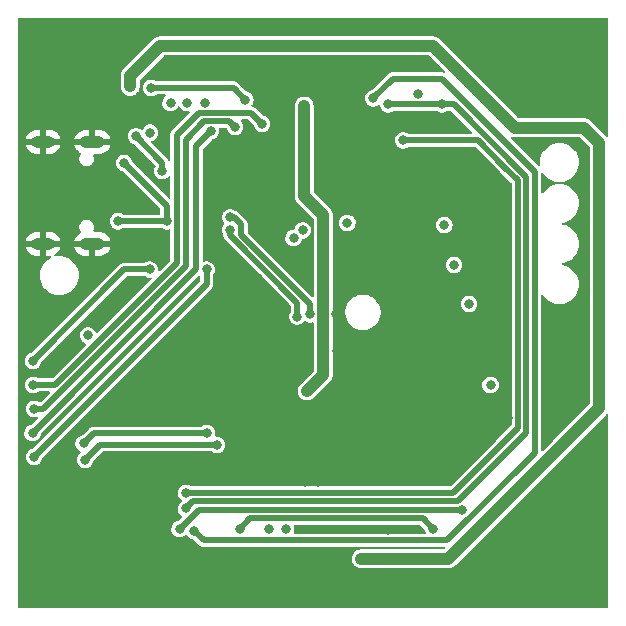
<source format=gbr>
G04 #@! TF.GenerationSoftware,KiCad,Pcbnew,(5.99.0-10394-g2e15de97e0)*
G04 #@! TF.CreationDate,2021-07-16T10:39:39+02:00*
G04 #@! TF.ProjectId,TFGPS01B,54464750-5330-4314-922e-6b696361645f,REV*
G04 #@! TF.SameCoordinates,Original*
G04 #@! TF.FileFunction,Copper,L3,Inr*
G04 #@! TF.FilePolarity,Positive*
%FSLAX46Y46*%
G04 Gerber Fmt 4.6, Leading zero omitted, Abs format (unit mm)*
G04 Created by KiCad (PCBNEW (5.99.0-10394-g2e15de97e0)) date 2021-07-16 10:39:39*
%MOMM*%
%LPD*%
G01*
G04 APERTURE LIST*
G04 #@! TA.AperFunction,ComponentPad*
%ADD10C,6.000000*%
G04 #@! TD*
G04 #@! TA.AperFunction,ComponentPad*
%ADD11O,2.000000X1.000000*%
G04 #@! TD*
G04 #@! TA.AperFunction,ComponentPad*
%ADD12O,2.100000X1.050000*%
G04 #@! TD*
G04 #@! TA.AperFunction,ViaPad*
%ADD13C,0.800000*%
G04 #@! TD*
G04 #@! TA.AperFunction,ViaPad*
%ADD14C,0.700000*%
G04 #@! TD*
G04 #@! TA.AperFunction,ViaPad*
%ADD15C,0.600000*%
G04 #@! TD*
G04 #@! TA.AperFunction,Conductor*
%ADD16C,1.000000*%
G04 #@! TD*
G04 #@! TA.AperFunction,Conductor*
%ADD17C,0.500000*%
G04 #@! TD*
G04 APERTURE END LIST*
D10*
X45420000Y5380000D03*
X5380000Y5380000D03*
X45420000Y45420000D03*
X5380000Y45420000D03*
D11*
X2540000Y31240000D03*
X2540000Y39880000D03*
D12*
X6720000Y31240000D03*
X6720000Y39880000D03*
D13*
X19685000Y28575000D03*
X40640000Y48260000D03*
X36423600Y19812000D03*
X11430000Y12700000D03*
X18223610Y16246499D03*
X3810000Y38100000D03*
X3810000Y33020000D03*
X33426400Y23977600D03*
D14*
X34578000Y11430000D03*
D13*
X31115000Y38735000D03*
D15*
X44831000Y39624000D03*
D13*
X10160000Y9525000D03*
D14*
X35526400Y11430000D03*
D13*
X28549600Y19202400D03*
X41910000Y16510000D03*
X37388800Y28041600D03*
D14*
X32867600Y14173200D03*
D13*
X30073600Y20218400D03*
X9525000Y49530000D03*
D14*
X22961600Y14528800D03*
D13*
X16510000Y24765000D03*
D14*
X30784400Y11430000D03*
D13*
X32004000Y25400000D03*
X28448000Y20421600D03*
X31699200Y26466800D03*
D14*
X25857200Y12446000D03*
D13*
X31750000Y6985000D03*
X24130000Y44450000D03*
X11430000Y11430000D03*
X30480000Y22453600D03*
X35560000Y37465000D03*
X20747970Y28367969D03*
X31242000Y21742400D03*
D14*
X34300065Y13919200D03*
D13*
X29845000Y38735000D03*
X10160000Y8255000D03*
X33375600Y19050000D03*
X25247600Y16560800D03*
X40640000Y5080000D03*
X29667200Y23164800D03*
X15240000Y23495000D03*
X35610800Y27838400D03*
D14*
X24079200Y14427200D03*
D13*
X35356800Y21640800D03*
X29260800Y22199600D03*
D14*
X29870400Y11430000D03*
D13*
X31140400Y27381200D03*
X16510000Y21590000D03*
X32054800Y14325600D03*
X36423600Y20878800D03*
X8890000Y5080000D03*
X31115000Y37465000D03*
X27381200Y25298400D03*
X27076400Y19304000D03*
D14*
X34188400Y17475200D03*
D13*
X32715200Y24688800D03*
X17780000Y23495000D03*
X29845000Y37465000D03*
X9525000Y48260000D03*
X8890000Y2540000D03*
D15*
X43688000Y39624000D03*
D14*
X24790400Y12446000D03*
D13*
X41910000Y48260000D03*
X8890000Y3810000D03*
X35864800Y16814800D03*
X8890000Y1270000D03*
X35560000Y38735000D03*
D14*
X26568400Y14478000D03*
D13*
X37592000Y21209000D03*
X13335000Y11430000D03*
X38201600Y17780000D03*
X30861000Y40894000D03*
X28143200Y27279600D03*
X27178000Y4826000D03*
X28575000Y37465000D03*
X27482800Y26466800D03*
X29057600Y27736800D03*
X28575000Y38735000D03*
X28549600Y21488400D03*
X41275000Y6350000D03*
X36423600Y18694400D03*
D14*
X32681200Y11430000D03*
X31732800Y11430000D03*
D13*
X27686000Y24180800D03*
X3810000Y36830000D03*
D15*
X34338884Y12864203D03*
D13*
X41275000Y18415000D03*
X28575000Y44450000D03*
D15*
X39497000Y37211000D03*
D13*
X33324800Y20167600D03*
X29972000Y14325600D03*
X25857200Y11125200D03*
X3810000Y35560000D03*
X12065000Y20320000D03*
D14*
X24790400Y13716000D03*
D13*
X24130000Y45720000D03*
X30124400Y18084800D03*
X33324800Y27178000D03*
X3810000Y34290000D03*
X11430000Y8255000D03*
X35814000Y24130000D03*
X27432000Y22199600D03*
X27686000Y14732000D03*
X31013400Y14325600D03*
X38354000Y20320000D03*
X10160000Y16510000D03*
X13335000Y12700000D03*
X36830000Y37465000D03*
X24688800Y11074400D03*
X11430000Y9525000D03*
X49530000Y13970000D03*
X36830000Y38735000D03*
X28702000Y17729200D03*
X28854400Y14579600D03*
X21742400Y16052800D03*
D14*
X33477200Y18034000D03*
X21590000Y14224000D03*
D13*
X28575000Y40005000D03*
D14*
X33629600Y11430000D03*
D13*
X36525200Y17576800D03*
X28549600Y23418800D03*
X30124400Y27736800D03*
X26670000Y45720000D03*
D14*
X25806400Y13766800D03*
D13*
X28305725Y33013021D03*
X6350000Y23495000D03*
X24638000Y35306000D03*
X24638000Y42926000D03*
X24892000Y18796000D03*
X35560000Y48006000D03*
D14*
X49614001Y34967999D03*
D13*
X29464000Y4572000D03*
D14*
X9906000Y44577000D03*
D13*
X46228000Y13970000D03*
D14*
X38925500Y44640500D03*
D13*
X14626252Y8843348D03*
X36331688Y43062688D03*
X31750000Y43053000D03*
X37338000Y29464000D03*
X17272000Y14224000D03*
X6096000Y12954000D03*
X38608000Y26162000D03*
X34290000Y43903000D03*
X40424999Y19288997D03*
X14097000Y7112000D03*
X38030074Y8692139D03*
X16421990Y15212785D03*
X36499999Y32842001D03*
X5969000Y14351000D03*
X14630400Y10160000D03*
X33020000Y40005000D03*
X19177000Y7112000D03*
X35560000Y7112000D03*
X1727200Y19304000D03*
X21639041Y7101959D03*
X21082000Y41402000D03*
X11596000Y40654794D03*
X23114000Y7112000D03*
X11557000Y29083000D03*
X1676400Y21336000D03*
X1651000Y15240000D03*
X16764000Y40779989D03*
X1778000Y17272000D03*
X18796000Y41148000D03*
X13335000Y43180000D03*
X23749000Y31750000D03*
X24517223Y32390186D03*
X14732000Y43180000D03*
X16383000Y29083000D03*
X1778000Y13208000D03*
X16256000Y43180000D03*
X11684000Y44450000D03*
X19655000Y43464000D03*
X18359977Y32429000D03*
X24057948Y25091052D03*
X25146000Y25273000D03*
X18359977Y33479000D03*
X15324759Y6942759D03*
X30480000Y43561000D03*
X9398000Y38100000D03*
X8877000Y33160000D03*
X13019000Y33147000D03*
X12640000Y37410000D03*
X10400000Y40350000D03*
D16*
X24638000Y35306000D02*
X26263600Y33680400D01*
X26263600Y20167600D02*
X24892000Y18796000D01*
X26263600Y33680400D02*
X26263600Y20167600D01*
X24638000Y42926000D02*
X24638000Y35306000D01*
X46228000Y13970000D02*
X36830000Y4572000D01*
X49614001Y39793999D02*
X49614001Y34967999D01*
X9906000Y45466000D02*
X9906000Y44577000D01*
X12446000Y48006000D02*
X30480000Y48006000D01*
X30480000Y48006000D02*
X35560000Y48006000D01*
X42483990Y41082010D02*
X48325990Y41082010D01*
X49614001Y34967999D02*
X49614001Y17356001D01*
X35560000Y48006000D02*
X38925500Y44640500D01*
X36830000Y4572000D02*
X29464000Y4572000D01*
X9906000Y45466000D02*
X12446000Y48006000D01*
X48325990Y41082010D02*
X49614001Y39793999D01*
X38925500Y44640500D02*
X42483990Y41082010D01*
X49614001Y17356001D02*
X46228000Y13970000D01*
D17*
X36322000Y43053000D02*
X36331688Y43062688D01*
X31750000Y43053000D02*
X36322000Y43053000D01*
X43180000Y14986000D02*
X37642800Y9448800D01*
X37302274Y43062688D02*
X43460011Y36904951D01*
X36331688Y43062688D02*
X37302274Y43062688D01*
X37311963Y43053000D02*
X36341376Y43053000D01*
X43460011Y35459011D02*
X43460011Y35840011D01*
X15231704Y9448800D02*
X14626252Y8843348D01*
X43460011Y15266011D02*
X43460011Y35459011D01*
X36341376Y43053000D02*
X36331688Y43062688D01*
X37642800Y9448800D02*
X15231704Y9448800D01*
X43460011Y36904951D02*
X43460011Y35459011D01*
X43180000Y14986000D02*
X43460011Y15266011D01*
X8382000Y14224000D02*
X7366000Y14224000D01*
X8382000Y14224000D02*
X17272000Y14224000D01*
X7366000Y14224000D02*
X6096000Y12954000D01*
X14097000Y7112000D02*
X15699241Y8714241D01*
X38007972Y8714241D02*
X38030074Y8692139D01*
X15699241Y8714241D02*
X38007972Y8714241D01*
X5969000Y14351000D02*
X6830785Y15212785D01*
X36487999Y32830001D02*
X36499999Y32842001D01*
X6830785Y15212785D02*
X16421990Y15212785D01*
X41592500Y37782500D02*
X39370000Y40005000D01*
X39878000Y12801600D02*
X37236400Y10160000D01*
X42760001Y15683601D02*
X42748200Y15671800D01*
X37236400Y10160000D02*
X14630400Y10160000D01*
X41592500Y37782500D02*
X42760001Y36614999D01*
X39878000Y12801600D02*
X42748200Y15671800D01*
X33020000Y40005000D02*
X39370000Y40005000D01*
X42760001Y36614999D02*
X42760001Y15683601D01*
X20066000Y8001000D02*
X34671000Y8001000D01*
X34671000Y8001000D02*
X35560000Y7112000D01*
X19177000Y7112000D02*
X20066000Y8001000D01*
X21082000Y41402000D02*
X20154001Y42329999D01*
X13869001Y40500965D02*
X13869001Y29617001D01*
X3556000Y19304000D02*
X1727200Y19304000D01*
X15698035Y42329999D02*
X13869001Y40500965D01*
X20154001Y42329999D02*
X15698035Y42329999D01*
X13869001Y29617001D02*
X3556000Y19304000D01*
X9423400Y29083000D02*
X1676400Y21336000D01*
X11557000Y29083000D02*
X9423400Y29083000D01*
X15494000Y29083000D02*
X1651000Y15240000D01*
X15494000Y29083000D02*
X15494000Y39370000D01*
X16764000Y40779989D02*
X15494000Y39509989D01*
X15494000Y39509989D02*
X15494000Y39370000D01*
X14643999Y40073881D02*
X14643999Y29375999D01*
X16200107Y41629989D02*
X14643999Y40073881D01*
X14643999Y29375999D02*
X2540000Y17272000D01*
X18314011Y41629989D02*
X16200107Y41629989D01*
X18796000Y41148000D02*
X18314011Y41629989D01*
X2540000Y17272000D02*
X1778000Y17272000D01*
X16383000Y29083000D02*
X16383000Y27813000D01*
X16383000Y27813000D02*
X1778000Y13208000D01*
X18669000Y44450000D02*
X19655000Y43464000D01*
X11684000Y44450000D02*
X18669000Y44450000D01*
X24057948Y26260088D02*
X24057948Y25091052D01*
X18359977Y32429000D02*
X18359977Y31958059D01*
X18359977Y31958059D02*
X24057948Y26260088D01*
X19304000Y32893000D02*
X18718000Y33479000D01*
X25146000Y25273000D02*
X25146000Y26162000D01*
X19304000Y32004000D02*
X19304000Y32893000D01*
X25146000Y26162000D02*
X19304000Y32004000D01*
X18718000Y33479000D02*
X18359977Y33479000D01*
X16132519Y6134999D02*
X15324759Y6942759D01*
X37619001Y43903001D02*
X44160021Y37361981D01*
X27216999Y6134999D02*
X16132519Y6134999D01*
X44160021Y37361981D02*
X44160021Y13564084D01*
X32131000Y45212000D02*
X30480000Y43561000D01*
X37619001Y43903001D02*
X36769001Y44753001D01*
X36322000Y45212000D02*
X32131000Y45212000D01*
X36769001Y44753001D02*
X36769001Y44764999D01*
X27216999Y6134999D02*
X36730936Y6134999D01*
X36769001Y44764999D02*
X36322000Y45212000D01*
X44160021Y13564084D02*
X36730936Y6134999D01*
X13019000Y34479000D02*
X9398000Y38100000D01*
X13019000Y33147000D02*
X8890000Y33147000D01*
X8890000Y33147000D02*
X8877000Y33160000D01*
X13019000Y33147000D02*
X13019000Y34479000D01*
X12640000Y38110000D02*
X10400000Y40350000D01*
X12640000Y37410000D02*
X12640000Y38110000D01*
G04 #@! TA.AperFunction,Conductor*
G36*
X50364208Y50375178D02*
G01*
X50394648Y50322455D01*
X50396000Y50307000D01*
X50396000Y40358474D01*
X50375178Y40301266D01*
X50322455Y40270826D01*
X50262500Y40281398D01*
X50243853Y40295757D01*
X50217418Y40322377D01*
X50216233Y40323643D01*
X50215538Y40324540D01*
X50176999Y40363079D01*
X50139937Y40400401D01*
X50120704Y40419769D01*
X50120697Y40419776D01*
X50118730Y40421756D01*
X50117904Y40422280D01*
X50116872Y40423206D01*
X48893937Y41646141D01*
X48893282Y41646804D01*
X48835090Y41706228D01*
X48797489Y41730460D01*
X48790175Y41735716D01*
X48767984Y41753431D01*
X48755222Y41763619D01*
X48750742Y41765785D01*
X48750740Y41765786D01*
X48723368Y41779018D01*
X48713892Y41784335D01*
X48688320Y41800815D01*
X48688318Y41800816D01*
X48684144Y41803506D01*
X48666234Y41810025D01*
X48642115Y41818804D01*
X48633822Y41822307D01*
X48598031Y41839609D01*
X48598023Y41839612D01*
X48593546Y41841776D01*
X48588698Y41842895D01*
X48588693Y41842897D01*
X48559075Y41849734D01*
X48548653Y41852821D01*
X48520072Y41863224D01*
X48520067Y41863225D01*
X48515397Y41864925D01*
X48486140Y41868621D01*
X48471021Y41870531D01*
X48462156Y41872110D01*
X48423418Y41881053D01*
X48418571Y41882172D01*
X48379065Y41882310D01*
X48377315Y41882368D01*
X48376192Y41882510D01*
X48321792Y41882510D01*
X48321481Y41882511D01*
X48320787Y41882513D01*
X48238996Y41882799D01*
X48238038Y41882585D01*
X48236655Y41882510D01*
X42852434Y41882510D01*
X42795226Y41903332D01*
X42789501Y41908577D01*
X36127947Y48570131D01*
X36127292Y48570794D01*
X36091311Y48607537D01*
X36069100Y48630218D01*
X36031499Y48654450D01*
X36024185Y48659706D01*
X35993121Y48684504D01*
X35989232Y48687609D01*
X35984752Y48689775D01*
X35984750Y48689776D01*
X35957378Y48703008D01*
X35947902Y48708325D01*
X35922330Y48724805D01*
X35922328Y48724806D01*
X35918154Y48727496D01*
X35900112Y48734063D01*
X35876125Y48742794D01*
X35867832Y48746297D01*
X35832041Y48763599D01*
X35832033Y48763602D01*
X35827556Y48765766D01*
X35822708Y48766885D01*
X35822703Y48766887D01*
X35793085Y48773724D01*
X35782663Y48776811D01*
X35754082Y48787214D01*
X35754077Y48787215D01*
X35749407Y48788915D01*
X35720150Y48792611D01*
X35705031Y48794521D01*
X35696166Y48796100D01*
X35657428Y48805043D01*
X35652581Y48806162D01*
X35613075Y48806300D01*
X35611325Y48806358D01*
X35610202Y48806500D01*
X35555802Y48806500D01*
X35555491Y48806501D01*
X35554345Y48806505D01*
X35473006Y48806789D01*
X35472048Y48806575D01*
X35470665Y48806500D01*
X12448776Y48806500D01*
X12447844Y48806505D01*
X12369571Y48807325D01*
X12369570Y48807325D01*
X12364599Y48807377D01*
X12320870Y48797922D01*
X12311989Y48796468D01*
X12267543Y48791483D01*
X12234124Y48779845D01*
X12223674Y48776908D01*
X12218395Y48775767D01*
X12189078Y48769428D01*
X12155061Y48753566D01*
X12148534Y48750522D01*
X12140194Y48747135D01*
X12097955Y48732426D01*
X12093735Y48729789D01*
X12067952Y48713678D01*
X12058404Y48708494D01*
X12030841Y48695641D01*
X12030837Y48695638D01*
X12026326Y48693535D01*
X12022395Y48690486D01*
X12022392Y48690484D01*
X12018686Y48687609D01*
X11990975Y48666114D01*
X11983607Y48660974D01*
X11945665Y48637265D01*
X11917622Y48609417D01*
X11916356Y48608232D01*
X11915459Y48607537D01*
X11876996Y48569074D01*
X11876776Y48568855D01*
X11820230Y48512703D01*
X11820223Y48512696D01*
X11818243Y48510729D01*
X11817719Y48509903D01*
X11816793Y48508871D01*
X9341869Y46033947D01*
X9341206Y46033292D01*
X9281782Y45975100D01*
X9279088Y45970919D01*
X9257550Y45937499D01*
X9252294Y45930185D01*
X9224391Y45895232D01*
X9222225Y45890752D01*
X9222224Y45890750D01*
X9208992Y45863378D01*
X9203675Y45853902D01*
X9184504Y45824154D01*
X9182804Y45819483D01*
X9169206Y45782125D01*
X9165703Y45773832D01*
X9148401Y45738041D01*
X9148398Y45738033D01*
X9146234Y45733556D01*
X9145115Y45728708D01*
X9145113Y45728703D01*
X9138276Y45699085D01*
X9135189Y45688663D01*
X9124786Y45660082D01*
X9124785Y45660077D01*
X9123085Y45655407D01*
X9122183Y45648267D01*
X9117479Y45611031D01*
X9115900Y45602166D01*
X9112473Y45587322D01*
X9105838Y45558581D01*
X9105821Y45553606D01*
X9105700Y45519086D01*
X9105642Y45517325D01*
X9105500Y45516202D01*
X9105500Y45461777D01*
X9105211Y45379006D01*
X9105425Y45378048D01*
X9105500Y45376665D01*
X9105500Y44532424D01*
X9105777Y44529959D01*
X9105777Y44529950D01*
X9118305Y44418267D01*
X9120517Y44398543D01*
X9179574Y44228955D01*
X9274735Y44076665D01*
X9401271Y43949243D01*
X9552892Y43853021D01*
X9557579Y43851352D01*
X9717377Y43794450D01*
X9717382Y43794449D01*
X9722063Y43792782D01*
X9726999Y43792193D01*
X9727001Y43792193D01*
X9895434Y43772109D01*
X9895438Y43772109D01*
X9900377Y43771520D01*
X10001105Y43782107D01*
X10074015Y43789769D01*
X10074018Y43789770D01*
X10078969Y43790290D01*
X10083678Y43791893D01*
X10083682Y43791894D01*
X10244256Y43846559D01*
X10244255Y43846559D01*
X10248965Y43848162D01*
X10315982Y43889391D01*
X10397675Y43939648D01*
X10397678Y43939651D01*
X10401915Y43942257D01*
X10530218Y44067900D01*
X10532914Y44072083D01*
X10532917Y44072087D01*
X10624798Y44214659D01*
X10624799Y44214661D01*
X10627496Y44218846D01*
X10676242Y44352774D01*
X10687215Y44382922D01*
X10687215Y44382923D01*
X10688915Y44387593D01*
X10698403Y44462703D01*
X10706150Y44524024D01*
X10706150Y44524031D01*
X10706500Y44526798D01*
X10706500Y45097556D01*
X10727322Y45154764D01*
X10732567Y45160489D01*
X12751511Y47179433D01*
X12806687Y47205161D01*
X12814444Y47205500D01*
X35191556Y47205500D01*
X35248764Y47184678D01*
X35254489Y47179433D01*
X36532403Y45901519D01*
X36558131Y45846343D01*
X36542375Y45787538D01*
X36492505Y45752619D01*
X36454583Y45752222D01*
X36454503Y45751465D01*
X36443526Y45752619D01*
X36436278Y45753381D01*
X36420755Y45756426D01*
X36407624Y45760241D01*
X36407623Y45760241D01*
X36403149Y45761541D01*
X36390089Y45762500D01*
X36354175Y45762500D01*
X36344872Y45762988D01*
X36310586Y45766592D01*
X36310584Y45766592D01*
X36304551Y45767226D01*
X36298574Y45766215D01*
X36298571Y45766215D01*
X36283977Y45763746D01*
X36269134Y45762500D01*
X32141064Y45762500D01*
X32137336Y45762578D01*
X32084783Y45764781D01*
X32078723Y45765035D01*
X32072819Y45763650D01*
X32072817Y45763650D01*
X32034678Y45754705D01*
X32026436Y45753178D01*
X31987629Y45747862D01*
X31987621Y45747860D01*
X31981615Y45747037D01*
X31964790Y45739756D01*
X31949771Y45734789D01*
X31931926Y45730604D01*
X31892267Y45708801D01*
X31884754Y45705122D01*
X31843236Y45687155D01*
X31838521Y45683336D01*
X31838515Y45683333D01*
X31828992Y45675621D01*
X31815858Y45666795D01*
X31803886Y45660213D01*
X31799797Y45657965D01*
X31789884Y45649409D01*
X31764488Y45624013D01*
X31757565Y45617780D01*
X31726058Y45592266D01*
X31713969Y45575255D01*
X31704360Y45563885D01*
X31058161Y44917685D01*
X30421120Y44280644D01*
X30378964Y44257035D01*
X30311224Y44240772D01*
X30234082Y44222252D01*
X30083450Y44144505D01*
X29955711Y44033072D01*
X29952628Y44028685D01*
X29862250Y43900090D01*
X29858240Y43894385D01*
X29796665Y43736451D01*
X29774539Y43568388D01*
X29775127Y43563062D01*
X29775127Y43563060D01*
X29789254Y43435100D01*
X29793140Y43399898D01*
X29851395Y43240710D01*
X29945940Y43100012D01*
X29949908Y43096402D01*
X29949910Y43096399D01*
X30064055Y42992535D01*
X30071317Y42985927D01*
X30220288Y42905043D01*
X30384253Y42862027D01*
X30466925Y42860729D01*
X30548377Y42859449D01*
X30548380Y42859449D01*
X30553745Y42859365D01*
X30558975Y42860563D01*
X30558977Y42860563D01*
X30713750Y42896011D01*
X30713751Y42896011D01*
X30718980Y42897209D01*
X30793613Y42934746D01*
X30865627Y42970964D01*
X30865629Y42970966D01*
X30870418Y42973374D01*
X30910495Y43007604D01*
X30967518Y43028925D01*
X31024906Y43008603D01*
X31055805Y42956148D01*
X31056758Y42949695D01*
X31062287Y42899621D01*
X31063140Y42891898D01*
X31121395Y42732710D01*
X31215940Y42592012D01*
X31219908Y42588402D01*
X31219910Y42588399D01*
X31337346Y42481540D01*
X31341317Y42477927D01*
X31490288Y42397043D01*
X31654253Y42354027D01*
X31736925Y42352729D01*
X31818377Y42351449D01*
X31818380Y42351449D01*
X31823745Y42351365D01*
X31828975Y42352563D01*
X31828977Y42352563D01*
X31983750Y42388011D01*
X31983751Y42388011D01*
X31988980Y42389209D01*
X32080123Y42435049D01*
X32135627Y42462964D01*
X32135629Y42462966D01*
X32140418Y42465374D01*
X32144500Y42468860D01*
X32158921Y42481176D01*
X32216721Y42502500D01*
X35874769Y42502500D01*
X35922769Y42487181D01*
X35923005Y42487615D01*
X36071976Y42406731D01*
X36235941Y42363715D01*
X36318613Y42362417D01*
X36400065Y42361137D01*
X36400068Y42361137D01*
X36405433Y42361053D01*
X36410663Y42362251D01*
X36410665Y42362251D01*
X36565438Y42397699D01*
X36565439Y42397699D01*
X36570668Y42398897D01*
X36698052Y42462964D01*
X36717315Y42472652D01*
X36717317Y42472654D01*
X36722106Y42475062D01*
X36729267Y42481178D01*
X36787066Y42502500D01*
X37047072Y42502500D01*
X37104280Y42481678D01*
X37110005Y42476433D01*
X38879005Y40707433D01*
X38904733Y40652257D01*
X38888977Y40593452D01*
X38839107Y40558533D01*
X38816072Y40555500D01*
X33488883Y40555500D01*
X33429680Y40578047D01*
X33426645Y40580751D01*
X33426644Y40580751D01*
X33422638Y40584321D01*
X33405393Y40593452D01*
X33277572Y40661130D01*
X33277570Y40661131D01*
X33272829Y40663641D01*
X33262435Y40666252D01*
X33113622Y40703631D01*
X33113623Y40703631D01*
X33108423Y40704937D01*
X33030865Y40705343D01*
X32944275Y40705796D01*
X32944274Y40705796D01*
X32938912Y40705824D01*
X32774082Y40666252D01*
X32623450Y40588505D01*
X32495711Y40477072D01*
X32474972Y40447563D01*
X32411596Y40357388D01*
X32398240Y40338385D01*
X32336665Y40180451D01*
X32314539Y40012388D01*
X32315127Y40007062D01*
X32315127Y40007060D01*
X32329488Y39876980D01*
X32333140Y39843898D01*
X32391395Y39684710D01*
X32485940Y39544012D01*
X32489908Y39540402D01*
X32489910Y39540399D01*
X32607346Y39433540D01*
X32611317Y39429927D01*
X32760288Y39349043D01*
X32924253Y39306027D01*
X33006925Y39304729D01*
X33088377Y39303449D01*
X33088380Y39303449D01*
X33093745Y39303365D01*
X33098975Y39304563D01*
X33098977Y39304563D01*
X33253750Y39340011D01*
X33253751Y39340011D01*
X33258980Y39341209D01*
X33333613Y39378746D01*
X33405627Y39414964D01*
X33405629Y39414966D01*
X33410418Y39417374D01*
X33419997Y39425555D01*
X33428921Y39433176D01*
X33486721Y39454500D01*
X39105111Y39454500D01*
X39162319Y39433678D01*
X39168044Y39428432D01*
X41229048Y37367427D01*
X41229051Y37367425D01*
X41229056Y37367420D01*
X42183434Y36413041D01*
X42209162Y36357866D01*
X42209501Y36350109D01*
X42209501Y15948491D01*
X42188679Y15891283D01*
X42183434Y15885559D01*
X40853152Y14555276D01*
X39536891Y13239015D01*
X39536884Y13239009D01*
X39536870Y13238995D01*
X37034444Y10736568D01*
X36979268Y10710839D01*
X36971511Y10710500D01*
X15099283Y10710500D01*
X15040080Y10733047D01*
X15037045Y10735751D01*
X15037044Y10735751D01*
X15033038Y10739321D01*
X15020490Y10745965D01*
X14887972Y10816130D01*
X14887970Y10816131D01*
X14883229Y10818641D01*
X14872835Y10821252D01*
X14724022Y10858631D01*
X14724023Y10858631D01*
X14718823Y10859937D01*
X14641265Y10860343D01*
X14554675Y10860796D01*
X14554674Y10860796D01*
X14549312Y10860824D01*
X14384482Y10821252D01*
X14233850Y10743505D01*
X14106111Y10632072D01*
X14008640Y10493385D01*
X13947065Y10335451D01*
X13924939Y10167388D01*
X13943540Y9998898D01*
X14001795Y9839710D01*
X14096340Y9699012D01*
X14100308Y9695402D01*
X14100310Y9695399D01*
X14217746Y9588540D01*
X14221717Y9584927D01*
X14226431Y9582367D01*
X14226436Y9582364D01*
X14227702Y9581677D01*
X14228208Y9581105D01*
X14230807Y9579258D01*
X14230377Y9578653D01*
X14268043Y9536082D01*
X14269637Y9475223D01*
X14235263Y9429853D01*
X14234469Y9429314D01*
X14229702Y9426853D01*
X14101963Y9315420D01*
X14004492Y9176733D01*
X13942917Y9018799D01*
X13920791Y8850736D01*
X13939392Y8682246D01*
X13997647Y8523058D01*
X14092192Y8382360D01*
X14096160Y8378750D01*
X14096162Y8378747D01*
X14213598Y8271888D01*
X14217569Y8268275D01*
X14222287Y8265714D01*
X14222286Y8265714D01*
X14279508Y8234645D01*
X14319848Y8189049D01*
X14321442Y8128190D01*
X14299977Y8093502D01*
X14038118Y7831642D01*
X13995964Y7808035D01*
X13851082Y7773252D01*
X13700450Y7695505D01*
X13572711Y7584072D01*
X13530907Y7524591D01*
X13478597Y7450161D01*
X13475240Y7445385D01*
X13413665Y7287451D01*
X13391539Y7119388D01*
X13392127Y7114062D01*
X13392127Y7114060D01*
X13404953Y6997885D01*
X13410140Y6950898D01*
X13468395Y6791710D01*
X13562940Y6651012D01*
X13566908Y6647402D01*
X13566910Y6647399D01*
X13629438Y6590503D01*
X13688317Y6536927D01*
X13837288Y6456043D01*
X14001253Y6413027D01*
X14083925Y6411729D01*
X14165377Y6410449D01*
X14165380Y6410449D01*
X14170745Y6410365D01*
X14175975Y6411563D01*
X14175977Y6411563D01*
X14330750Y6447011D01*
X14330751Y6447011D01*
X14335980Y6448209D01*
X14411569Y6486226D01*
X14482627Y6521964D01*
X14482629Y6521966D01*
X14487418Y6524374D01*
X14585963Y6608540D01*
X14642987Y6629861D01*
X14700375Y6609539D01*
X14717632Y6590506D01*
X14790699Y6481771D01*
X14794667Y6478161D01*
X14794669Y6478158D01*
X14912105Y6371299D01*
X14916076Y6367686D01*
X15065047Y6286802D01*
X15227659Y6244141D01*
X15268007Y6220987D01*
X15736147Y5752847D01*
X15738726Y5750157D01*
X15778430Y5706979D01*
X15816882Y5683138D01*
X15823793Y5678388D01*
X15854989Y5654708D01*
X15854992Y5654707D01*
X15859822Y5651040D01*
X15865464Y5648806D01*
X15865468Y5648804D01*
X15876862Y5644293D01*
X15891002Y5637182D01*
X15906577Y5627524D01*
X15912403Y5625832D01*
X15912406Y5625830D01*
X15950022Y5614902D01*
X15957955Y5612186D01*
X15994372Y5597767D01*
X15994375Y5597766D01*
X16000013Y5595534D01*
X16011904Y5594284D01*
X16018241Y5593618D01*
X16033764Y5590573D01*
X16051370Y5585458D01*
X16064430Y5584499D01*
X16100343Y5584499D01*
X16109646Y5584011D01*
X16143932Y5580407D01*
X16143934Y5580407D01*
X16149967Y5579773D01*
X16155944Y5580784D01*
X16155947Y5580784D01*
X16170541Y5583253D01*
X16185384Y5584499D01*
X36495555Y5584499D01*
X36552763Y5563677D01*
X36583203Y5510954D01*
X36572631Y5450999D01*
X36558488Y5432566D01*
X36524489Y5398567D01*
X36469313Y5372839D01*
X36461556Y5372500D01*
X29419424Y5372500D01*
X29416959Y5372223D01*
X29416950Y5372223D01*
X29290794Y5358072D01*
X29285543Y5357483D01*
X29115955Y5298426D01*
X28963665Y5203265D01*
X28836243Y5076729D01*
X28740021Y4925108D01*
X28738352Y4920421D01*
X28681450Y4760623D01*
X28681449Y4760618D01*
X28679782Y4755937D01*
X28658520Y4577623D01*
X28677290Y4399031D01*
X28735162Y4229035D01*
X28737769Y4224798D01*
X28826648Y4080325D01*
X28826651Y4080322D01*
X28829257Y4076085D01*
X28954900Y3947782D01*
X28959083Y3945086D01*
X28959087Y3945083D01*
X29101659Y3853202D01*
X29101661Y3853201D01*
X29105846Y3850504D01*
X29274593Y3789085D01*
X29332378Y3781785D01*
X29411024Y3771850D01*
X29411031Y3771850D01*
X29413798Y3771500D01*
X36827224Y3771500D01*
X36828156Y3771495D01*
X36906429Y3770675D01*
X36906430Y3770675D01*
X36911401Y3770623D01*
X36955130Y3780078D01*
X36964011Y3781532D01*
X37008457Y3786517D01*
X37041876Y3798155D01*
X37052326Y3801092D01*
X37057605Y3802233D01*
X37086922Y3808572D01*
X37127466Y3827478D01*
X37135806Y3830865D01*
X37178045Y3845574D01*
X37208048Y3864322D01*
X37217596Y3869506D01*
X37245159Y3882359D01*
X37245163Y3882362D01*
X37249674Y3884465D01*
X37253605Y3887514D01*
X37253608Y3887516D01*
X37271014Y3901018D01*
X37285025Y3911886D01*
X37292393Y3917026D01*
X37330335Y3940735D01*
X37358378Y3968583D01*
X37359644Y3969768D01*
X37360541Y3970463D01*
X37399080Y4009002D01*
X37399312Y4009233D01*
X37455770Y4065297D01*
X37455777Y4065304D01*
X37457757Y4067271D01*
X37458281Y4068097D01*
X37459207Y4069129D01*
X50178132Y16788054D01*
X50178795Y16788709D01*
X50234664Y16843419D01*
X50234667Y16843422D01*
X50238219Y16846901D01*
X50239013Y16848134D01*
X50290325Y16878720D01*
X50350421Y16868985D01*
X50390200Y16822899D01*
X50396000Y16791296D01*
X50396000Y493000D01*
X50375178Y435792D01*
X50322455Y405352D01*
X50307000Y404000D01*
X493000Y404000D01*
X435792Y424822D01*
X405352Y477545D01*
X404000Y493000D01*
X404000Y15247388D01*
X945539Y15247388D01*
X946127Y15242062D01*
X946127Y15242060D01*
X958749Y15127732D01*
X964140Y15078898D01*
X1022395Y14919710D01*
X1116940Y14779012D01*
X1120908Y14775402D01*
X1120910Y14775399D01*
X1219014Y14686131D01*
X1242317Y14664927D01*
X1391288Y14584043D01*
X1555253Y14541027D01*
X1637925Y14539729D01*
X1719377Y14538449D01*
X1719380Y14538449D01*
X1724745Y14538365D01*
X1729975Y14539563D01*
X1729977Y14539563D01*
X1884750Y14575011D01*
X1884751Y14575011D01*
X1889980Y14576209D01*
X1964613Y14613746D01*
X2036627Y14649964D01*
X2036629Y14649966D01*
X2041418Y14652374D01*
X2170316Y14762464D01*
X2269234Y14900123D01*
X2332461Y15057403D01*
X2342470Y15127732D01*
X2367649Y15178125D01*
X15680567Y28491043D01*
X15735743Y28516771D01*
X15794548Y28501015D01*
X15829467Y28451145D01*
X15832500Y28428110D01*
X15832500Y28077890D01*
X15811678Y28020682D01*
X15806433Y28014957D01*
X1719119Y13927643D01*
X1676963Y13904035D01*
X1539509Y13871035D01*
X1532082Y13869252D01*
X1381450Y13791505D01*
X1253711Y13680072D01*
X1221306Y13633964D01*
X1174976Y13568043D01*
X1156240Y13541385D01*
X1094665Y13383451D01*
X1072539Y13215388D01*
X1073127Y13210062D01*
X1073127Y13210060D01*
X1085749Y13095732D01*
X1091140Y13046898D01*
X1149395Y12887710D01*
X1243940Y12747012D01*
X1247908Y12743402D01*
X1247910Y12743399D01*
X1362914Y12638753D01*
X1369317Y12632927D01*
X1518288Y12552043D01*
X1682253Y12509027D01*
X1764925Y12507729D01*
X1846377Y12506449D01*
X1846380Y12506449D01*
X1851745Y12506365D01*
X1856975Y12507563D01*
X1856977Y12507563D01*
X2011750Y12543011D01*
X2011751Y12543011D01*
X2016980Y12544209D01*
X2091613Y12581746D01*
X2163627Y12617964D01*
X2163629Y12617966D01*
X2168418Y12620374D01*
X2297316Y12730464D01*
X2396234Y12868123D01*
X2459461Y13025403D01*
X2469470Y13095732D01*
X2494649Y13146125D01*
X3706912Y14358388D01*
X5263539Y14358388D01*
X5264127Y14353062D01*
X5264127Y14353060D01*
X5280326Y14206332D01*
X5282140Y14189898D01*
X5340395Y14030710D01*
X5434940Y13890012D01*
X5438908Y13886402D01*
X5438910Y13886399D01*
X5542533Y13792109D01*
X5560317Y13775927D01*
X5565035Y13773366D01*
X5565034Y13773366D01*
X5705519Y13697089D01*
X5745859Y13651493D01*
X5747453Y13590634D01*
X5709554Y13542989D01*
X5704353Y13540058D01*
X5704216Y13539965D01*
X5699450Y13537505D01*
X5571711Y13426072D01*
X5474240Y13287385D01*
X5412665Y13129451D01*
X5390539Y12961388D01*
X5391127Y12956062D01*
X5391127Y12956060D01*
X5403749Y12841732D01*
X5409140Y12792898D01*
X5467395Y12633710D01*
X5561940Y12493012D01*
X5565908Y12489402D01*
X5565910Y12489399D01*
X5683346Y12382540D01*
X5687317Y12378927D01*
X5836288Y12298043D01*
X6000253Y12255027D01*
X6082925Y12253729D01*
X6164377Y12252449D01*
X6164380Y12252449D01*
X6169745Y12252365D01*
X6174975Y12253563D01*
X6174977Y12253563D01*
X6329750Y12289011D01*
X6329751Y12289011D01*
X6334980Y12290209D01*
X6409613Y12327746D01*
X6481627Y12363964D01*
X6481629Y12363966D01*
X6486418Y12366374D01*
X6615316Y12476464D01*
X6714234Y12614123D01*
X6777461Y12771403D01*
X6787470Y12841732D01*
X6812649Y12892125D01*
X7567957Y13647433D01*
X7623133Y13673161D01*
X7630890Y13673500D01*
X16801879Y13673500D01*
X16853477Y13653542D01*
X16854973Y13655647D01*
X16859351Y13652536D01*
X16863317Y13648927D01*
X17012288Y13568043D01*
X17176253Y13525027D01*
X17258925Y13523729D01*
X17340377Y13522449D01*
X17340380Y13522449D01*
X17345745Y13522365D01*
X17350975Y13523563D01*
X17350977Y13523563D01*
X17505750Y13559011D01*
X17505751Y13559011D01*
X17510980Y13560209D01*
X17608935Y13609475D01*
X17657627Y13633964D01*
X17657629Y13633966D01*
X17662418Y13636374D01*
X17791316Y13746464D01*
X17890234Y13884123D01*
X17953461Y14041403D01*
X17977345Y14209225D01*
X17977500Y14224000D01*
X17957135Y14392285D01*
X17897217Y14550855D01*
X17838013Y14636997D01*
X17804245Y14686131D01*
X17804241Y14686135D01*
X17801203Y14690556D01*
X17674638Y14803321D01*
X17630676Y14826598D01*
X17529572Y14880130D01*
X17529570Y14880131D01*
X17524829Y14882641D01*
X17360423Y14923937D01*
X17190912Y14924824D01*
X17190927Y14927643D01*
X17141492Y14939439D01*
X17105211Y14988327D01*
X17104638Y15030019D01*
X17103451Y15030188D01*
X17126923Y15195117D01*
X17127335Y15198010D01*
X17127490Y15212785D01*
X17107125Y15381070D01*
X17047207Y15539640D01*
X16971226Y15650193D01*
X16954235Y15674916D01*
X16954231Y15674920D01*
X16951193Y15679341D01*
X16945832Y15684118D01*
X16828635Y15788536D01*
X16824628Y15792106D01*
X16760680Y15825965D01*
X16679562Y15868915D01*
X16679560Y15868916D01*
X16674819Y15871426D01*
X16664425Y15874037D01*
X16594493Y15891603D01*
X16510413Y15912722D01*
X16432855Y15913128D01*
X16346265Y15913581D01*
X16346264Y15913581D01*
X16340902Y15913609D01*
X16176072Y15874037D01*
X16171305Y15871577D01*
X16171306Y15871577D01*
X16030205Y15798750D01*
X16030201Y15798748D01*
X16025440Y15796290D01*
X16012748Y15785218D01*
X15954241Y15763285D01*
X6840849Y15763285D01*
X6837121Y15763363D01*
X6784568Y15765566D01*
X6778508Y15765820D01*
X6772604Y15764435D01*
X6772602Y15764435D01*
X6734463Y15755490D01*
X6726221Y15753963D01*
X6687414Y15748647D01*
X6687406Y15748645D01*
X6681400Y15747822D01*
X6664575Y15740541D01*
X6649556Y15735574D01*
X6631711Y15731389D01*
X6592052Y15709586D01*
X6584539Y15705907D01*
X6543021Y15687940D01*
X6538306Y15684121D01*
X6538300Y15684118D01*
X6528777Y15676406D01*
X6515643Y15667580D01*
X6503672Y15660999D01*
X6503668Y15660996D01*
X6499582Y15658750D01*
X6489669Y15650193D01*
X6464278Y15624802D01*
X6457355Y15618569D01*
X6425843Y15593051D01*
X6413753Y15576039D01*
X6404146Y15564670D01*
X5910119Y15070643D01*
X5867963Y15047035D01*
X5797791Y15030188D01*
X5723082Y15012252D01*
X5572450Y14934505D01*
X5444711Y14823072D01*
X5441628Y14818685D01*
X5354088Y14694128D01*
X5347240Y14684385D01*
X5285665Y14526451D01*
X5263539Y14358388D01*
X3706912Y14358388D01*
X16765152Y27416628D01*
X16767843Y27419208D01*
X16806557Y27454807D01*
X16811020Y27458911D01*
X16834861Y27497363D01*
X16839611Y27504274D01*
X16863291Y27535470D01*
X16863292Y27535473D01*
X16866959Y27540303D01*
X16869193Y27545945D01*
X16869195Y27545949D01*
X16873706Y27557343D01*
X16880817Y27571482D01*
X16887276Y27581899D01*
X16890475Y27587058D01*
X16892167Y27592884D01*
X16892169Y27592887D01*
X16903097Y27630503D01*
X16905813Y27638436D01*
X16920232Y27674853D01*
X16920233Y27674856D01*
X16922465Y27680494D01*
X16924381Y27698722D01*
X16927426Y27714245D01*
X16931241Y27727376D01*
X16931241Y27727377D01*
X16932541Y27731851D01*
X16933500Y27744911D01*
X16933500Y27780824D01*
X16933988Y27790127D01*
X16937592Y27824414D01*
X16937592Y27824416D01*
X16938226Y27830449D01*
X16934746Y27851024D01*
X16933500Y27865866D01*
X16933500Y28620201D01*
X16950223Y28672134D01*
X17001234Y28743123D01*
X17064461Y28900403D01*
X17088345Y29068225D01*
X17088500Y29083000D01*
X17068135Y29251285D01*
X17008217Y29409855D01*
X16968874Y29467100D01*
X16915245Y29545131D01*
X16915241Y29545135D01*
X16912203Y29549556D01*
X16906842Y29554333D01*
X16789645Y29658751D01*
X16785638Y29662321D01*
X16777347Y29666711D01*
X16640572Y29739130D01*
X16640570Y29739131D01*
X16635829Y29741641D01*
X16625435Y29744252D01*
X16476622Y29781631D01*
X16476623Y29781631D01*
X16471423Y29782937D01*
X16393865Y29783343D01*
X16307275Y29783796D01*
X16307274Y29783796D01*
X16301912Y29783824D01*
X16154277Y29748380D01*
X16093788Y29755272D01*
X16051882Y29799432D01*
X16044500Y29834921D01*
X16044500Y33486388D01*
X17654516Y33486388D01*
X17655104Y33481062D01*
X17655104Y33481060D01*
X17671346Y33333943D01*
X17673117Y33317898D01*
X17731372Y33158710D01*
X17825917Y33018012D01*
X17829886Y33014400D01*
X17831825Y33012154D01*
X17853442Y32955242D01*
X17833629Y32902519D01*
X17835688Y32901072D01*
X17789430Y32835253D01*
X17738217Y32762385D01*
X17676642Y32604451D01*
X17654516Y32436388D01*
X17655104Y32431062D01*
X17655104Y32431060D01*
X17670090Y32295320D01*
X17673117Y32267898D01*
X17731372Y32108710D01*
X17770375Y32050668D01*
X17794239Y32015154D01*
X17809290Y31961788D01*
X17806942Y31905782D01*
X17808327Y31899878D01*
X17808327Y31899876D01*
X17817272Y31861737D01*
X17818799Y31853495D01*
X17824115Y31814688D01*
X17824117Y31814680D01*
X17824940Y31808674D01*
X17832221Y31791849D01*
X17837188Y31776830D01*
X17841373Y31758985D01*
X17863176Y31719326D01*
X17866855Y31711813D01*
X17884822Y31670295D01*
X17888641Y31665580D01*
X17888644Y31665574D01*
X17896356Y31656051D01*
X17905182Y31642917D01*
X17911763Y31630946D01*
X17911766Y31630942D01*
X17914012Y31626856D01*
X17922569Y31616943D01*
X17947960Y31591552D01*
X17954193Y31584629D01*
X17979711Y31553117D01*
X17996723Y31541027D01*
X18008092Y31531420D01*
X23481381Y26058131D01*
X23507109Y26002955D01*
X23507448Y25995198D01*
X23507448Y25553976D01*
X23491263Y25502801D01*
X23439277Y25428833D01*
X23439275Y25428830D01*
X23436188Y25424437D01*
X23374613Y25266503D01*
X23352487Y25098440D01*
X23353075Y25093114D01*
X23353075Y25093112D01*
X23356132Y25065426D01*
X23371088Y24929950D01*
X23429343Y24770762D01*
X23523888Y24630064D01*
X23527856Y24626454D01*
X23527858Y24626451D01*
X23611827Y24550045D01*
X23649265Y24515979D01*
X23798236Y24435095D01*
X23962201Y24392079D01*
X24044873Y24390781D01*
X24126325Y24389501D01*
X24126328Y24389501D01*
X24131693Y24389417D01*
X24136923Y24390615D01*
X24136925Y24390615D01*
X24291698Y24426063D01*
X24291699Y24426063D01*
X24296928Y24427261D01*
X24371561Y24464798D01*
X24443575Y24501016D01*
X24443577Y24501018D01*
X24448366Y24503426D01*
X24577264Y24613516D01*
X24620232Y24673312D01*
X24670524Y24707619D01*
X24731103Y24701573D01*
X24737308Y24697911D01*
X24737317Y24697927D01*
X24886288Y24617043D01*
X25050253Y24574027D01*
X25132925Y24572729D01*
X25214377Y24571449D01*
X25214380Y24571449D01*
X25219745Y24571365D01*
X25354232Y24602167D01*
X25414643Y24594642D01*
X25456085Y24550045D01*
X25463100Y24515413D01*
X25463100Y20536044D01*
X25442278Y20478836D01*
X25437033Y20473111D01*
X24294441Y19330519D01*
X24292891Y19328577D01*
X24292888Y19328574D01*
X24271435Y19301700D01*
X24210391Y19225232D01*
X24132234Y19063556D01*
X24131116Y19058711D01*
X24131114Y19058707D01*
X24092956Y18893426D01*
X24092955Y18893421D01*
X24091838Y18888581D01*
X24091679Y18843012D01*
X24091237Y18716374D01*
X24091211Y18709006D01*
X24092296Y18704154D01*
X24092296Y18704150D01*
X24109403Y18627618D01*
X24130384Y18533755D01*
X24207411Y18371537D01*
X24318464Y18230416D01*
X24322328Y18227287D01*
X24322329Y18227286D01*
X24454153Y18120535D01*
X24454156Y18120533D01*
X24458020Y18117404D01*
X24619147Y18038121D01*
X24793834Y17996504D01*
X24912143Y17995265D01*
X24968429Y17994675D01*
X24968430Y17994675D01*
X24973401Y17994623D01*
X25148922Y18032572D01*
X25153431Y18034675D01*
X25153435Y18034676D01*
X25230298Y18070518D01*
X25311674Y18108465D01*
X25422541Y18194463D01*
X26524463Y19296385D01*
X39719538Y19296385D01*
X39720126Y19291059D01*
X39720126Y19291057D01*
X39736483Y19142898D01*
X39738139Y19127895D01*
X39796394Y18968707D01*
X39890939Y18828009D01*
X39894907Y18824399D01*
X39894909Y18824396D01*
X40009792Y18719860D01*
X40016316Y18713924D01*
X40165287Y18633040D01*
X40329252Y18590024D01*
X40411924Y18588726D01*
X40493376Y18587446D01*
X40493379Y18587446D01*
X40498744Y18587362D01*
X40503974Y18588560D01*
X40503976Y18588560D01*
X40658749Y18624008D01*
X40658750Y18624008D01*
X40663979Y18625206D01*
X40772836Y18679955D01*
X40810626Y18698961D01*
X40810628Y18698963D01*
X40815417Y18701371D01*
X40944315Y18811461D01*
X41043233Y18949120D01*
X41106460Y19106400D01*
X41130344Y19274222D01*
X41130499Y19288997D01*
X41110134Y19457282D01*
X41050216Y19615852D01*
X40990034Y19703417D01*
X40957244Y19751128D01*
X40957240Y19751132D01*
X40954202Y19755553D01*
X40944054Y19764595D01*
X40831644Y19864748D01*
X40827637Y19868318D01*
X40804503Y19880567D01*
X40682571Y19945127D01*
X40682569Y19945128D01*
X40677828Y19947638D01*
X40667434Y19950249D01*
X40597502Y19967815D01*
X40513422Y19988934D01*
X40435864Y19989340D01*
X40349274Y19989793D01*
X40349273Y19989793D01*
X40343911Y19989821D01*
X40179081Y19950249D01*
X40028449Y19872502D01*
X39900710Y19761069D01*
X39882023Y19734480D01*
X39816867Y19641772D01*
X39803239Y19622382D01*
X39741664Y19464448D01*
X39719538Y19296385D01*
X26524463Y19296385D01*
X26827731Y19599653D01*
X26828394Y19600308D01*
X26884260Y19655016D01*
X26887818Y19658500D01*
X26912062Y19696120D01*
X26917307Y19703417D01*
X26942104Y19734480D01*
X26945208Y19738368D01*
X26960607Y19770221D01*
X26965922Y19779692D01*
X26982403Y19805265D01*
X26982408Y19805275D01*
X26985096Y19809446D01*
X27000397Y19851485D01*
X27003895Y19859768D01*
X27023366Y19900044D01*
X27031325Y19934517D01*
X27034411Y19944937D01*
X27044813Y19973516D01*
X27044814Y19973519D01*
X27046515Y19978193D01*
X27052121Y20022569D01*
X27053700Y20031434D01*
X27062643Y20070172D01*
X27063762Y20075018D01*
X27063899Y20114518D01*
X27063958Y20116273D01*
X27064100Y20117398D01*
X27064100Y20171978D01*
X27064388Y20254594D01*
X27064175Y20255549D01*
X27064100Y20256925D01*
X27064100Y25344982D01*
X28124167Y25344982D01*
X28161486Y25101104D01*
X28238135Y24866595D01*
X28352056Y24647755D01*
X28372846Y24620065D01*
X28497997Y24453379D01*
X28498001Y24453375D01*
X28500190Y24450459D01*
X28502828Y24447938D01*
X28517692Y24433734D01*
X28678558Y24280007D01*
X28882371Y24140975D01*
X29106154Y24037099D01*
X29109671Y24036124D01*
X29109670Y24036124D01*
X29340380Y23972142D01*
X29340384Y23972141D01*
X29343897Y23971167D01*
X29347522Y23970780D01*
X29347525Y23970779D01*
X29544276Y23949752D01*
X29546634Y23949500D01*
X29686815Y23949500D01*
X29871887Y23964716D01*
X30111171Y24024820D01*
X30114515Y24026274D01*
X30114518Y24026275D01*
X30240296Y24080965D01*
X30337425Y24123198D01*
X30340487Y24125179D01*
X30340491Y24125181D01*
X30541499Y24255219D01*
X30544574Y24257208D01*
X30727053Y24423251D01*
X30793122Y24506909D01*
X30877701Y24614004D01*
X30877704Y24614009D01*
X30879963Y24616869D01*
X30999197Y24832861D01*
X31081553Y25065426D01*
X31088381Y25103755D01*
X31117370Y25266503D01*
X31124819Y25308320D01*
X31127833Y25555018D01*
X31090514Y25798896D01*
X31033143Y25974423D01*
X31014999Y26029936D01*
X31014998Y26029938D01*
X31013865Y26033405D01*
X30943077Y26169388D01*
X37902539Y26169388D01*
X37903127Y26164062D01*
X37903127Y26164060D01*
X37914822Y26058131D01*
X37921140Y26000898D01*
X37979395Y25841710D01*
X38073940Y25701012D01*
X38077908Y25697402D01*
X38077910Y25697399D01*
X38195346Y25590540D01*
X38199317Y25586927D01*
X38348288Y25506043D01*
X38512253Y25463027D01*
X38594925Y25461729D01*
X38676377Y25460449D01*
X38676380Y25460449D01*
X38681745Y25460365D01*
X38686975Y25461563D01*
X38686977Y25461563D01*
X38841750Y25497011D01*
X38841751Y25497011D01*
X38846980Y25498209D01*
X38921613Y25535746D01*
X38993627Y25571964D01*
X38993629Y25571966D01*
X38998418Y25574374D01*
X39127316Y25684464D01*
X39226234Y25822123D01*
X39289461Y25979403D01*
X39313345Y26147225D01*
X39313500Y26162000D01*
X39293135Y26330285D01*
X39233217Y26488855D01*
X39193874Y26546100D01*
X39140245Y26624131D01*
X39140241Y26624135D01*
X39137203Y26628556D01*
X39127055Y26637598D01*
X39014645Y26737751D01*
X39010638Y26741321D01*
X38993034Y26750642D01*
X38865572Y26818130D01*
X38865570Y26818131D01*
X38860829Y26820641D01*
X38850435Y26823252D01*
X38701622Y26860631D01*
X38701623Y26860631D01*
X38696423Y26861937D01*
X38618865Y26862343D01*
X38532275Y26862796D01*
X38532274Y26862796D01*
X38526912Y26862824D01*
X38362082Y26823252D01*
X38211450Y26745505D01*
X38083711Y26634072D01*
X37986240Y26495385D01*
X37924665Y26337451D01*
X37902539Y26169388D01*
X30943077Y26169388D01*
X30899944Y26252245D01*
X30841350Y26330285D01*
X30754003Y26446621D01*
X30753999Y26446625D01*
X30751810Y26449541D01*
X30573442Y26619993D01*
X30369629Y26759025D01*
X30145846Y26862901D01*
X30098367Y26876068D01*
X29911620Y26927858D01*
X29911616Y26927859D01*
X29908103Y26928833D01*
X29904478Y26929220D01*
X29904475Y26929221D01*
X29707724Y26950248D01*
X29705366Y26950500D01*
X29565185Y26950500D01*
X29380113Y26935284D01*
X29140829Y26875180D01*
X29137485Y26873726D01*
X29137482Y26873725D01*
X29066599Y26842904D01*
X28914575Y26776802D01*
X28911513Y26774821D01*
X28911509Y26774819D01*
X28860743Y26741977D01*
X28707426Y26642792D01*
X28524947Y26476749D01*
X28501153Y26446621D01*
X28374299Y26285996D01*
X28374296Y26285991D01*
X28372037Y26283131D01*
X28252803Y26067139D01*
X28170447Y25834574D01*
X28169807Y25830980D01*
X28169806Y25830977D01*
X28168229Y25822123D01*
X28127181Y25591680D01*
X28127136Y25588034D01*
X28127136Y25588029D01*
X28126940Y25571964D01*
X28124167Y25344982D01*
X27064100Y25344982D01*
X27064100Y29471388D01*
X36632539Y29471388D01*
X36633127Y29466062D01*
X36633127Y29466060D01*
X36648883Y29323345D01*
X36651140Y29302898D01*
X36709395Y29143710D01*
X36803940Y29003012D01*
X36807908Y28999402D01*
X36807910Y28999399D01*
X36916705Y28900403D01*
X36929317Y28888927D01*
X37078288Y28808043D01*
X37242253Y28765027D01*
X37324925Y28763729D01*
X37406377Y28762449D01*
X37406380Y28762449D01*
X37411745Y28762365D01*
X37416975Y28763563D01*
X37416977Y28763563D01*
X37571750Y28799011D01*
X37571751Y28799011D01*
X37576980Y28800209D01*
X37651613Y28837746D01*
X37723627Y28873964D01*
X37723629Y28873966D01*
X37728418Y28876374D01*
X37857316Y28986464D01*
X37956234Y29124123D01*
X38019461Y29281403D01*
X38043345Y29449225D01*
X38043500Y29464000D01*
X38023135Y29632285D01*
X37963217Y29790855D01*
X37887623Y29900845D01*
X37870245Y29926131D01*
X37870241Y29926135D01*
X37867203Y29930556D01*
X37857055Y29939598D01*
X37744645Y30039751D01*
X37740638Y30043321D01*
X37728090Y30049965D01*
X37595572Y30120130D01*
X37595570Y30120131D01*
X37590829Y30122641D01*
X37580435Y30125252D01*
X37489329Y30148136D01*
X37426423Y30163937D01*
X37348865Y30164343D01*
X37262275Y30164796D01*
X37262274Y30164796D01*
X37256912Y30164824D01*
X37092082Y30125252D01*
X36941450Y30047505D01*
X36813711Y29936072D01*
X36716240Y29797385D01*
X36654665Y29639451D01*
X36632539Y29471388D01*
X27064100Y29471388D01*
X27064100Y33020409D01*
X27600264Y33020409D01*
X27600852Y33015083D01*
X27600852Y33015081D01*
X27617724Y32862258D01*
X27618865Y32851919D01*
X27677120Y32692731D01*
X27771665Y32552033D01*
X27775633Y32548423D01*
X27775635Y32548420D01*
X27891135Y32443323D01*
X27897042Y32437948D01*
X28046013Y32357064D01*
X28209978Y32314048D01*
X28292650Y32312750D01*
X28374102Y32311470D01*
X28374105Y32311470D01*
X28379470Y32311386D01*
X28384700Y32312584D01*
X28384702Y32312584D01*
X28539475Y32348032D01*
X28539476Y32348032D01*
X28544705Y32349230D01*
X28626137Y32390186D01*
X28691352Y32422985D01*
X28691354Y32422987D01*
X28696143Y32425395D01*
X28825041Y32535485D01*
X28923959Y32673144D01*
X28987186Y32830424D01*
X28989885Y32849389D01*
X35794538Y32849389D01*
X35795126Y32844063D01*
X35795126Y32844061D01*
X35812325Y32688274D01*
X35813139Y32680899D01*
X35871394Y32521711D01*
X35965939Y32381013D01*
X35969907Y32377403D01*
X35969909Y32377400D01*
X36084390Y32273230D01*
X36091316Y32266928D01*
X36240287Y32186044D01*
X36404252Y32143028D01*
X36486924Y32141730D01*
X36568376Y32140450D01*
X36568379Y32140450D01*
X36573744Y32140366D01*
X36578974Y32141564D01*
X36578976Y32141564D01*
X36733749Y32177012D01*
X36733750Y32177012D01*
X36738979Y32178210D01*
X36845977Y32232024D01*
X36885626Y32251965D01*
X36885628Y32251967D01*
X36890417Y32254375D01*
X37019315Y32364465D01*
X37118233Y32502124D01*
X37181460Y32659404D01*
X37205344Y32827226D01*
X37205499Y32842001D01*
X37185134Y33010286D01*
X37125216Y33168856D01*
X37074791Y33242225D01*
X37032244Y33304132D01*
X37032240Y33304136D01*
X37029202Y33308557D01*
X37019054Y33317599D01*
X36906644Y33417752D01*
X36902637Y33421322D01*
X36890089Y33427966D01*
X36757571Y33498131D01*
X36757569Y33498132D01*
X36752828Y33500642D01*
X36743238Y33503051D01*
X36593621Y33540632D01*
X36593622Y33540632D01*
X36588422Y33541938D01*
X36510864Y33542344D01*
X36424274Y33542797D01*
X36424273Y33542797D01*
X36418911Y33542825D01*
X36254081Y33503253D01*
X36103449Y33425506D01*
X35975710Y33314073D01*
X35965049Y33298904D01*
X35882019Y33180764D01*
X35878239Y33175386D01*
X35816664Y33017452D01*
X35794538Y32849389D01*
X28989885Y32849389D01*
X29011070Y32998246D01*
X29011225Y33013021D01*
X28990860Y33181306D01*
X28930942Y33339876D01*
X28872090Y33425506D01*
X28837970Y33475152D01*
X28837966Y33475156D01*
X28834928Y33479577D01*
X28827284Y33486388D01*
X28712370Y33588772D01*
X28708363Y33592342D01*
X28641612Y33627685D01*
X28563297Y33669151D01*
X28563295Y33669152D01*
X28558554Y33671662D01*
X28548160Y33674273D01*
X28399347Y33711652D01*
X28399348Y33711652D01*
X28394148Y33712958D01*
X28316590Y33713364D01*
X28230000Y33713817D01*
X28229999Y33713817D01*
X28224637Y33713845D01*
X28059807Y33674273D01*
X27909175Y33596526D01*
X27781436Y33485093D01*
X27683965Y33346406D01*
X27622390Y33188472D01*
X27600264Y33020409D01*
X27064100Y33020409D01*
X27064100Y33677623D01*
X27064105Y33678555D01*
X27064925Y33756828D01*
X27064925Y33756829D01*
X27064977Y33761800D01*
X27055523Y33805526D01*
X27054068Y33814413D01*
X27049638Y33853912D01*
X27049637Y33853915D01*
X27049083Y33858857D01*
X27047448Y33863552D01*
X27047446Y33863561D01*
X27037447Y33892272D01*
X27034506Y33902735D01*
X27031545Y33916432D01*
X27027028Y33937321D01*
X27008121Y33977867D01*
X27004738Y33986201D01*
X26991665Y34023741D01*
X26991662Y34023748D01*
X26990026Y34028445D01*
X26987390Y34032663D01*
X26987388Y34032668D01*
X26971277Y34058452D01*
X26966093Y34067999D01*
X26953237Y34095568D01*
X26953236Y34095570D01*
X26951136Y34100073D01*
X26923715Y34135424D01*
X26918574Y34142793D01*
X26894865Y34180735D01*
X26891357Y34184268D01*
X26867031Y34208765D01*
X26865825Y34210054D01*
X26865137Y34210940D01*
X26826738Y34249339D01*
X26768329Y34308157D01*
X26767502Y34308681D01*
X26766463Y34309614D01*
X25464567Y35611511D01*
X25438839Y35666686D01*
X25438500Y35674443D01*
X25438500Y42970576D01*
X25438223Y42973041D01*
X25438223Y42973050D01*
X25424038Y43099509D01*
X25423483Y43104457D01*
X25364426Y43274045D01*
X25269265Y43426335D01*
X25142729Y43553757D01*
X24991108Y43649979D01*
X24984784Y43652231D01*
X24826623Y43708550D01*
X24826618Y43708551D01*
X24821937Y43710218D01*
X24817001Y43710807D01*
X24816999Y43710807D01*
X24648566Y43730891D01*
X24648562Y43730891D01*
X24643623Y43731480D01*
X24547039Y43721329D01*
X24469985Y43713231D01*
X24469982Y43713230D01*
X24465031Y43712710D01*
X24460322Y43711107D01*
X24460318Y43711106D01*
X24360267Y43677045D01*
X24295035Y43654838D01*
X24252631Y43628751D01*
X24146325Y43563352D01*
X24146322Y43563349D01*
X24142085Y43560743D01*
X24013782Y43435100D01*
X24011086Y43430917D01*
X24011083Y43430913D01*
X23925335Y43297857D01*
X23916504Y43284154D01*
X23855085Y43115407D01*
X23854462Y43110473D01*
X23838729Y42985927D01*
X23837500Y42976202D01*
X23837500Y35308776D01*
X23837495Y35307844D01*
X23836623Y35224599D01*
X23837674Y35219740D01*
X23846077Y35180873D01*
X23847532Y35171989D01*
X23852517Y35127543D01*
X23864155Y35094124D01*
X23867092Y35083674D01*
X23874572Y35049078D01*
X23890434Y35015061D01*
X23893478Y35008534D01*
X23896865Y35000194D01*
X23911574Y34957955D01*
X23914211Y34953735D01*
X23930322Y34927952D01*
X23935506Y34918404D01*
X23948359Y34890841D01*
X23948362Y34890837D01*
X23950465Y34886326D01*
X23953514Y34882395D01*
X23953516Y34882392D01*
X23977882Y34850981D01*
X23983026Y34843607D01*
X24006735Y34805665D01*
X24034583Y34777622D01*
X24035768Y34776356D01*
X24036463Y34775459D01*
X24074926Y34736996D01*
X24075145Y34736776D01*
X24131297Y34680230D01*
X24131304Y34680223D01*
X24133271Y34678243D01*
X24134097Y34677719D01*
X24135129Y34676793D01*
X25437033Y33374889D01*
X25462761Y33319713D01*
X25463100Y33311956D01*
X25463100Y26838290D01*
X25442278Y26781082D01*
X25389555Y26750642D01*
X25329600Y26761214D01*
X25311168Y26775357D01*
X20329136Y31757388D01*
X23043539Y31757388D01*
X23044127Y31752062D01*
X23044127Y31752060D01*
X23058908Y31618178D01*
X23062140Y31588898D01*
X23120395Y31429710D01*
X23214940Y31289012D01*
X23218908Y31285402D01*
X23218910Y31285399D01*
X23336346Y31178540D01*
X23340317Y31174927D01*
X23489288Y31094043D01*
X23653253Y31051027D01*
X23735925Y31049729D01*
X23817377Y31048449D01*
X23817380Y31048449D01*
X23822745Y31048365D01*
X23827975Y31049563D01*
X23827977Y31049563D01*
X23982750Y31085011D01*
X23982751Y31085011D01*
X23987980Y31086209D01*
X24062613Y31123746D01*
X24134627Y31159964D01*
X24134629Y31159966D01*
X24139418Y31162374D01*
X24268316Y31272464D01*
X24367234Y31410123D01*
X24430461Y31567403D01*
X24436967Y31613116D01*
X24465642Y31666819D01*
X24526477Y31689564D01*
X24546278Y31689253D01*
X24585600Y31688635D01*
X24585603Y31688635D01*
X24590968Y31688551D01*
X24596198Y31689749D01*
X24596200Y31689749D01*
X24750973Y31725197D01*
X24750974Y31725197D01*
X24756203Y31726395D01*
X24832744Y31764891D01*
X24902850Y31800150D01*
X24902852Y31800152D01*
X24907641Y31802560D01*
X25036539Y31912650D01*
X25135457Y32050309D01*
X25198684Y32207589D01*
X25222568Y32375411D01*
X25222723Y32390186D01*
X25202358Y32558471D01*
X25142440Y32717041D01*
X25075021Y32815136D01*
X25049468Y32852317D01*
X25049464Y32852321D01*
X25046426Y32856742D01*
X25036278Y32865784D01*
X24923868Y32965937D01*
X24919861Y32969507D01*
X24903307Y32978272D01*
X24774795Y33046316D01*
X24774793Y33046317D01*
X24770052Y33048827D01*
X24759658Y33051438D01*
X24689726Y33069004D01*
X24605646Y33090123D01*
X24528088Y33090529D01*
X24441498Y33090982D01*
X24441497Y33090982D01*
X24436135Y33091010D01*
X24271305Y33051438D01*
X24120673Y32973691D01*
X23992934Y32862258D01*
X23895463Y32723571D01*
X23833888Y32565637D01*
X23833188Y32560320D01*
X23833186Y32560312D01*
X23828909Y32527827D01*
X23800798Y32473827D01*
X23740206Y32450446D01*
X23673275Y32450796D01*
X23673274Y32450796D01*
X23667912Y32450824D01*
X23503082Y32411252D01*
X23352450Y32333505D01*
X23224711Y32222072D01*
X23175975Y32152728D01*
X23142365Y32104905D01*
X23127240Y32083385D01*
X23065665Y31925451D01*
X23043539Y31757388D01*
X20329136Y31757388D01*
X19880568Y32205956D01*
X19854839Y32261132D01*
X19854500Y32268889D01*
X19854500Y32882952D01*
X19854578Y32886679D01*
X19856780Y32939217D01*
X19857034Y32945277D01*
X19853128Y32961933D01*
X19846706Y32989315D01*
X19845179Y32997557D01*
X19839862Y33036369D01*
X19839860Y33036375D01*
X19839037Y33042385D01*
X19831756Y33059210D01*
X19826791Y33074227D01*
X19823992Y33086160D01*
X19823990Y33086166D01*
X19822604Y33092074D01*
X19800801Y33131733D01*
X19797121Y33139247D01*
X19781567Y33175190D01*
X19779155Y33180764D01*
X19775336Y33185479D01*
X19775333Y33185485D01*
X19767621Y33195008D01*
X19758795Y33208142D01*
X19752214Y33220113D01*
X19752211Y33220117D01*
X19749965Y33224203D01*
X19741408Y33234116D01*
X19716017Y33259507D01*
X19709784Y33266430D01*
X19688084Y33293227D01*
X19684266Y33297942D01*
X19667254Y33310032D01*
X19655885Y33319639D01*
X19114372Y33861152D01*
X19111792Y33863843D01*
X19076193Y33902557D01*
X19072089Y33907020D01*
X19033637Y33930861D01*
X19026726Y33935611D01*
X18995530Y33959291D01*
X18995527Y33959292D01*
X18990697Y33962959D01*
X18973657Y33969706D01*
X18959523Y33976814D01*
X18957841Y33977857D01*
X18943942Y33986475D01*
X18900488Y33999100D01*
X18892557Y34001816D01*
X18883366Y34005455D01*
X18850505Y34018465D01*
X18836622Y34019924D01*
X18832278Y34020381D01*
X18816768Y34023422D01*
X18813882Y34024261D01*
X18779499Y34043278D01*
X18766622Y34054751D01*
X18762615Y34058321D01*
X18754713Y34062505D01*
X18617549Y34135130D01*
X18617547Y34135131D01*
X18612806Y34137641D01*
X18607484Y34138978D01*
X18453599Y34177631D01*
X18453600Y34177631D01*
X18448400Y34178937D01*
X18370842Y34179343D01*
X18284252Y34179796D01*
X18284251Y34179796D01*
X18278889Y34179824D01*
X18114059Y34140252D01*
X17963427Y34062505D01*
X17835688Y33951072D01*
X17804728Y33907020D01*
X17772261Y33860824D01*
X17738217Y33812385D01*
X17676642Y33654451D01*
X17654516Y33486388D01*
X16044500Y33486388D01*
X16044500Y39245099D01*
X16065322Y39302307D01*
X16070567Y39308032D01*
X16823719Y40061184D01*
X16866782Y40085004D01*
X16957774Y40105844D01*
X16997750Y40115000D01*
X16997751Y40115000D01*
X17002980Y40116198D01*
X17120160Y40175133D01*
X17149627Y40189953D01*
X17149629Y40189955D01*
X17154418Y40192363D01*
X17283316Y40302453D01*
X17382234Y40440112D01*
X17445461Y40597392D01*
X17469345Y40765214D01*
X17469500Y40779989D01*
X17449135Y40948274D01*
X17447239Y40953291D01*
X17447237Y40953300D01*
X17445071Y40959032D01*
X17444329Y41019907D01*
X17482890Y41067017D01*
X17528326Y41079489D01*
X18019202Y41079489D01*
X18076410Y41058667D01*
X18107664Y41000258D01*
X18108550Y40992237D01*
X18108551Y40992232D01*
X18109140Y40986898D01*
X18167395Y40827710D01*
X18261940Y40687012D01*
X18265908Y40683402D01*
X18265910Y40683399D01*
X18383346Y40576540D01*
X18387317Y40572927D01*
X18536288Y40492043D01*
X18700253Y40449027D01*
X18782925Y40447729D01*
X18864377Y40446449D01*
X18864380Y40446449D01*
X18869745Y40446365D01*
X18874975Y40447563D01*
X18874977Y40447563D01*
X19029750Y40483011D01*
X19029751Y40483011D01*
X19034980Y40484209D01*
X19123004Y40528480D01*
X19181627Y40557964D01*
X19181629Y40557966D01*
X19186418Y40560374D01*
X19315316Y40670464D01*
X19414234Y40808123D01*
X19477461Y40965403D01*
X19501345Y41133225D01*
X19501500Y41148000D01*
X19481135Y41316285D01*
X19421217Y41474855D01*
X19355630Y41570285D01*
X19328245Y41610131D01*
X19328241Y41610135D01*
X19325203Y41614556D01*
X19314550Y41624048D01*
X19285686Y41677650D01*
X19298031Y41737265D01*
X19345807Y41774997D01*
X19373754Y41779499D01*
X19889112Y41779499D01*
X19946320Y41758677D01*
X19952045Y41753431D01*
X20364423Y41341052D01*
X20389953Y41287886D01*
X20395140Y41240898D01*
X20453395Y41081710D01*
X20547940Y40941012D01*
X20551908Y40937402D01*
X20551910Y40937399D01*
X20669346Y40830540D01*
X20673317Y40826927D01*
X20822288Y40746043D01*
X20986253Y40703027D01*
X21068925Y40701729D01*
X21150377Y40700449D01*
X21150380Y40700449D01*
X21155745Y40700365D01*
X21160975Y40701563D01*
X21160977Y40701563D01*
X21315750Y40737011D01*
X21315751Y40737011D01*
X21320980Y40738209D01*
X21409799Y40782880D01*
X21467627Y40811964D01*
X21467629Y40811966D01*
X21472418Y40814374D01*
X21601316Y40924464D01*
X21700234Y41062123D01*
X21763461Y41219403D01*
X21787345Y41387225D01*
X21787500Y41402000D01*
X21767135Y41570285D01*
X21707217Y41728855D01*
X21655911Y41803506D01*
X21614245Y41864131D01*
X21614241Y41864135D01*
X21611203Y41868556D01*
X21595570Y41882485D01*
X21488645Y41977751D01*
X21484638Y41981321D01*
X21479896Y41983832D01*
X21339572Y42058130D01*
X21339570Y42058131D01*
X21334829Y42060641D01*
X21329626Y42061948D01*
X21181145Y42099244D01*
X21139895Y42122630D01*
X20550386Y42712138D01*
X20547805Y42714829D01*
X20512194Y42753556D01*
X20508090Y42758019D01*
X20469638Y42781860D01*
X20462727Y42786610D01*
X20431531Y42810290D01*
X20431528Y42810291D01*
X20426698Y42813958D01*
X20409658Y42820705D01*
X20395524Y42827813D01*
X20379943Y42837474D01*
X20341638Y42848603D01*
X20336489Y42850099D01*
X20328558Y42852815D01*
X20312014Y42859365D01*
X20286506Y42869464D01*
X20272623Y42870923D01*
X20268279Y42871380D01*
X20252760Y42874424D01*
X20250453Y42875094D01*
X20242196Y42877493D01*
X20193067Y42913444D01*
X20178541Y42972565D01*
X20194744Y43014893D01*
X20273234Y43124123D01*
X20336461Y43281403D01*
X20360345Y43449225D01*
X20360500Y43464000D01*
X20340135Y43632285D01*
X20280217Y43790855D01*
X20239039Y43850769D01*
X20187245Y43926131D01*
X20187241Y43926135D01*
X20184203Y43930556D01*
X20122649Y43985399D01*
X20061645Y44039751D01*
X20057638Y44043321D01*
X20014890Y44065955D01*
X19912572Y44120130D01*
X19912570Y44120131D01*
X19907829Y44122641D01*
X19902626Y44123948D01*
X19754145Y44161244D01*
X19712895Y44184630D01*
X19065385Y44832139D01*
X19062804Y44834830D01*
X19027193Y44873557D01*
X19023089Y44878020D01*
X18984637Y44901861D01*
X18977726Y44906611D01*
X18946530Y44930291D01*
X18946527Y44930292D01*
X18941697Y44933959D01*
X18924657Y44940706D01*
X18910523Y44947814D01*
X18894942Y44957475D01*
X18851488Y44970100D01*
X18843557Y44972816D01*
X18834366Y44976455D01*
X18801505Y44989465D01*
X18787622Y44990924D01*
X18783278Y44991381D01*
X18767755Y44994426D01*
X18754624Y44998241D01*
X18754623Y44998241D01*
X18750149Y44999541D01*
X18737089Y45000500D01*
X18701175Y45000500D01*
X18691872Y45000988D01*
X18657586Y45004592D01*
X18657584Y45004592D01*
X18651551Y45005226D01*
X18645574Y45004215D01*
X18645571Y45004215D01*
X18630977Y45001746D01*
X18616134Y45000500D01*
X12152883Y45000500D01*
X12093680Y45023047D01*
X12090645Y45025751D01*
X12090644Y45025751D01*
X12086638Y45029321D01*
X12074090Y45035965D01*
X11941572Y45106130D01*
X11941570Y45106131D01*
X11936829Y45108641D01*
X11926435Y45111252D01*
X11777622Y45148631D01*
X11777623Y45148631D01*
X11772423Y45149937D01*
X11694865Y45150343D01*
X11608275Y45150796D01*
X11608274Y45150796D01*
X11602912Y45150824D01*
X11438082Y45111252D01*
X11287450Y45033505D01*
X11159711Y44922072D01*
X11062240Y44783385D01*
X11000665Y44625451D01*
X10978539Y44457388D01*
X10979127Y44452062D01*
X10979127Y44452060D01*
X10990609Y44348059D01*
X10997140Y44288898D01*
X11055395Y44129710D01*
X11149940Y43989012D01*
X11153908Y43985402D01*
X11153910Y43985399D01*
X11271346Y43878540D01*
X11275317Y43874927D01*
X11424288Y43794043D01*
X11588253Y43751027D01*
X11670925Y43749729D01*
X11752377Y43748449D01*
X11752380Y43748449D01*
X11757745Y43748365D01*
X11762975Y43749563D01*
X11762977Y43749563D01*
X11917750Y43785011D01*
X11917751Y43785011D01*
X11922980Y43786209D01*
X12027230Y43838641D01*
X12069627Y43859964D01*
X12069629Y43859966D01*
X12074418Y43862374D01*
X12078500Y43865860D01*
X12092921Y43878176D01*
X12150721Y43899500D01*
X12856935Y43899500D01*
X12914143Y43878678D01*
X12944583Y43825955D01*
X12934011Y43766000D01*
X12915441Y43743433D01*
X12810711Y43652072D01*
X12783383Y43613188D01*
X12716325Y43517774D01*
X12713240Y43513385D01*
X12651665Y43355451D01*
X12629539Y43187388D01*
X12630127Y43182062D01*
X12630127Y43182060D01*
X12645749Y43040559D01*
X12648140Y43018898D01*
X12706395Y42859710D01*
X12800940Y42719012D01*
X12804908Y42715402D01*
X12804910Y42715399D01*
X12922346Y42608540D01*
X12926317Y42604927D01*
X13075288Y42524043D01*
X13239253Y42481027D01*
X13321925Y42479729D01*
X13403377Y42478449D01*
X13403380Y42478449D01*
X13408745Y42478365D01*
X13413975Y42479563D01*
X13413977Y42479563D01*
X13568750Y42515011D01*
X13568751Y42515011D01*
X13573980Y42516209D01*
X13717515Y42588399D01*
X13720627Y42589964D01*
X13720629Y42589966D01*
X13725418Y42592374D01*
X13854316Y42702464D01*
X13953234Y42840123D01*
X13955236Y42845103D01*
X13955943Y42846389D01*
X14001751Y42886488D01*
X14062617Y42887761D01*
X14107804Y42853149D01*
X14197940Y42719012D01*
X14201908Y42715402D01*
X14201910Y42715399D01*
X14319346Y42608540D01*
X14323317Y42604927D01*
X14472288Y42524043D01*
X14636253Y42481027D01*
X14718925Y42479729D01*
X14800377Y42478449D01*
X14800380Y42478449D01*
X14805745Y42478365D01*
X14810975Y42479563D01*
X14810977Y42479563D01*
X14844194Y42487171D01*
X14904606Y42479646D01*
X14946048Y42435049D01*
X14949129Y42374247D01*
X14926996Y42337485D01*
X13486862Y40897350D01*
X13484171Y40894769D01*
X13459743Y40872306D01*
X13440981Y40855054D01*
X13427154Y40832753D01*
X13417140Y40816602D01*
X13412390Y40809691D01*
X13388710Y40778495D01*
X13388709Y40778492D01*
X13385042Y40773662D01*
X13378295Y40756622D01*
X13371188Y40742490D01*
X13361526Y40726907D01*
X13357497Y40713041D01*
X13348901Y40683453D01*
X13346185Y40675522D01*
X13344183Y40670464D01*
X13329536Y40633470D01*
X13328902Y40627434D01*
X13327620Y40615243D01*
X13324575Y40599720D01*
X13319460Y40582114D01*
X13318501Y40569054D01*
X13318501Y40533140D01*
X13318013Y40523837D01*
X13313775Y40483516D01*
X13314786Y40477539D01*
X13314786Y40477536D01*
X13317255Y40462942D01*
X13318501Y40448099D01*
X13318501Y38364854D01*
X13297679Y38307646D01*
X13244956Y38277206D01*
X13185001Y38287778D01*
X13151511Y38321976D01*
X13136806Y38348725D01*
X13133121Y38356247D01*
X13117567Y38392190D01*
X13115155Y38397764D01*
X13111336Y38402479D01*
X13111333Y38402485D01*
X13103621Y38412008D01*
X13094795Y38425142D01*
X13088214Y38437113D01*
X13088211Y38437117D01*
X13085965Y38441203D01*
X13077408Y38451116D01*
X13052017Y38476507D01*
X13045784Y38483430D01*
X13024084Y38510227D01*
X13020266Y38514942D01*
X13003254Y38527032D01*
X12991885Y38536639D01*
X11706720Y39821804D01*
X11680992Y39876980D01*
X11696748Y39935785D01*
X11749783Y39971490D01*
X11811410Y39985605D01*
X11829750Y39989805D01*
X11829751Y39989805D01*
X11834980Y39991003D01*
X11921968Y40034753D01*
X11981627Y40064758D01*
X11981629Y40064760D01*
X11986418Y40067168D01*
X12115316Y40177258D01*
X12214234Y40314917D01*
X12277461Y40472197D01*
X12301345Y40640019D01*
X12301500Y40654794D01*
X12281135Y40823079D01*
X12221217Y40981649D01*
X12181874Y41038894D01*
X12128245Y41116925D01*
X12128241Y41116929D01*
X12125203Y41121350D01*
X12115055Y41130392D01*
X12002645Y41230545D01*
X11998638Y41234115D01*
X11986090Y41240759D01*
X11853572Y41310924D01*
X11853570Y41310925D01*
X11848829Y41313435D01*
X11838435Y41316046D01*
X11689622Y41353425D01*
X11689623Y41353425D01*
X11684423Y41354731D01*
X11606865Y41355137D01*
X11520275Y41355590D01*
X11520274Y41355590D01*
X11514912Y41355618D01*
X11350082Y41316046D01*
X11199450Y41238299D01*
X11071711Y41126866D01*
X11043519Y41086753D01*
X10989540Y41009948D01*
X10974240Y40988179D01*
X10972293Y40983185D01*
X10959483Y40950329D01*
X10919302Y40904592D01*
X10859123Y40895383D01*
X10817357Y40916207D01*
X10806645Y40925751D01*
X10802638Y40929321D01*
X10790090Y40935965D01*
X10657572Y41006130D01*
X10657570Y41006131D01*
X10652829Y41008641D01*
X10642435Y41011252D01*
X10493622Y41048631D01*
X10493623Y41048631D01*
X10488423Y41049937D01*
X10410865Y41050343D01*
X10324275Y41050796D01*
X10324274Y41050796D01*
X10318912Y41050824D01*
X10154082Y41011252D01*
X10003450Y40933505D01*
X9875711Y40822072D01*
X9833717Y40762321D01*
X9791986Y40702943D01*
X9778240Y40683385D01*
X9716665Y40525451D01*
X9694539Y40357388D01*
X9695127Y40352062D01*
X9695127Y40352060D01*
X9706110Y40252579D01*
X9713140Y40188898D01*
X9771395Y40029710D01*
X9865940Y39889012D01*
X9869908Y39885402D01*
X9869910Y39885399D01*
X9966660Y39797363D01*
X9991317Y39774927D01*
X10140288Y39694043D01*
X10302900Y39651382D01*
X10343248Y39628228D01*
X12051953Y37919523D01*
X12077681Y37864347D01*
X12061836Y37805417D01*
X12018240Y37743385D01*
X11956665Y37585451D01*
X11934539Y37417388D01*
X11935127Y37412062D01*
X11935127Y37412060D01*
X11940055Y37367427D01*
X11953140Y37248898D01*
X12011395Y37089710D01*
X12105940Y36949012D01*
X12109908Y36945402D01*
X12109910Y36945399D01*
X12183699Y36878256D01*
X12231317Y36834927D01*
X12380288Y36754043D01*
X12544253Y36711027D01*
X12626925Y36709729D01*
X12708377Y36708449D01*
X12708380Y36708449D01*
X12713745Y36708365D01*
X12718975Y36709563D01*
X12718977Y36709563D01*
X12873750Y36745011D01*
X12873751Y36745011D01*
X12878980Y36746209D01*
X12997554Y36805845D01*
X13025627Y36819964D01*
X13025629Y36819966D01*
X13030418Y36822374D01*
X13159316Y36932464D01*
X13162450Y36936826D01*
X13163987Y36938497D01*
X13218037Y36966515D01*
X13277450Y36953235D01*
X13314428Y36904872D01*
X13318501Y36878256D01*
X13318501Y35172889D01*
X13297679Y35115681D01*
X13244956Y35085241D01*
X13185001Y35095813D01*
X13166568Y35109956D01*
X10115176Y38161348D01*
X10089754Y38213589D01*
X10083780Y38262955D01*
X10083135Y38268285D01*
X10023217Y38426855D01*
X9965917Y38510227D01*
X9930245Y38562131D01*
X9930241Y38562135D01*
X9927203Y38566556D01*
X9917055Y38575598D01*
X9804645Y38675751D01*
X9800638Y38679321D01*
X9788090Y38685965D01*
X9655572Y38756130D01*
X9655570Y38756131D01*
X9650829Y38758641D01*
X9640435Y38761252D01*
X9491622Y38798631D01*
X9491623Y38798631D01*
X9486423Y38799937D01*
X9408865Y38800343D01*
X9322275Y38800796D01*
X9322274Y38800796D01*
X9316912Y38800824D01*
X9152082Y38761252D01*
X9001450Y38683505D01*
X8873711Y38572072D01*
X8848808Y38536639D01*
X8781735Y38441203D01*
X8776240Y38433385D01*
X8714665Y38275451D01*
X8692539Y38107388D01*
X8693127Y38102062D01*
X8693127Y38102060D01*
X8708348Y37964191D01*
X8711140Y37938898D01*
X8769395Y37779710D01*
X8863940Y37639012D01*
X8867908Y37635402D01*
X8867910Y37635399D01*
X8985346Y37528540D01*
X8989317Y37524927D01*
X9138288Y37444043D01*
X9300900Y37401382D01*
X9341248Y37378228D01*
X12442433Y34277043D01*
X12468161Y34221867D01*
X12468500Y34214110D01*
X12468500Y33786500D01*
X12447678Y33729292D01*
X12394955Y33698852D01*
X12379500Y33697500D01*
X9360473Y33697500D01*
X9301267Y33720050D01*
X9283645Y33735751D01*
X9279638Y33739321D01*
X9267090Y33745965D01*
X9134572Y33816130D01*
X9134570Y33816131D01*
X9129829Y33818641D01*
X9119435Y33821252D01*
X8970622Y33858631D01*
X8970623Y33858631D01*
X8965423Y33859937D01*
X8887865Y33860343D01*
X8801275Y33860796D01*
X8801274Y33860796D01*
X8795912Y33860824D01*
X8631082Y33821252D01*
X8480450Y33743505D01*
X8352711Y33632072D01*
X8349628Y33627685D01*
X8258576Y33498131D01*
X8255240Y33493385D01*
X8193665Y33335451D01*
X8171539Y33167388D01*
X8172127Y33162062D01*
X8172127Y33162060D01*
X8188883Y33010286D01*
X8190140Y32998898D01*
X8248395Y32839710D01*
X8342940Y32699012D01*
X8346908Y32695402D01*
X8346910Y32695399D01*
X8461668Y32590977D01*
X8468317Y32584927D01*
X8617288Y32504043D01*
X8781253Y32461027D01*
X8863925Y32459729D01*
X8945377Y32458449D01*
X8945380Y32458449D01*
X8950745Y32458365D01*
X8955975Y32459563D01*
X8955977Y32459563D01*
X9110750Y32495011D01*
X9110751Y32495011D01*
X9115980Y32496209D01*
X9219791Y32548420D01*
X9262627Y32569964D01*
X9262629Y32569966D01*
X9267418Y32572374D01*
X9271495Y32575856D01*
X9275968Y32578828D01*
X9276879Y32577457D01*
X9328500Y32596500D01*
X12548879Y32596500D01*
X12600477Y32576542D01*
X12601973Y32578647D01*
X12606351Y32575536D01*
X12610317Y32571927D01*
X12759288Y32491043D01*
X12923253Y32448027D01*
X13005925Y32446729D01*
X13087377Y32445449D01*
X13087380Y32445449D01*
X13092745Y32445365D01*
X13097975Y32446563D01*
X13097977Y32446563D01*
X13176777Y32464611D01*
X13209633Y32472136D01*
X13270044Y32464611D01*
X13311486Y32420014D01*
X13318501Y32385382D01*
X13318501Y29881891D01*
X13297679Y29824683D01*
X13292445Y29818970D01*
X12404620Y28931145D01*
X12349446Y28905418D01*
X12290641Y28921174D01*
X12255722Y28971044D01*
X12253577Y29006619D01*
X12261933Y29065332D01*
X12262345Y29068225D01*
X12262500Y29083000D01*
X12242135Y29251285D01*
X12182217Y29409855D01*
X12142874Y29467100D01*
X12089245Y29545131D01*
X12089241Y29545135D01*
X12086203Y29549556D01*
X12080842Y29554333D01*
X11963645Y29658751D01*
X11959638Y29662321D01*
X11951347Y29666711D01*
X11814572Y29739130D01*
X11814570Y29739131D01*
X11809829Y29741641D01*
X11799435Y29744252D01*
X11650622Y29781631D01*
X11650623Y29781631D01*
X11645423Y29782937D01*
X11567865Y29783343D01*
X11481275Y29783796D01*
X11481274Y29783796D01*
X11475912Y29783824D01*
X11311082Y29744252D01*
X11306315Y29741792D01*
X11306316Y29741792D01*
X11165215Y29668965D01*
X11165211Y29668963D01*
X11160450Y29666505D01*
X11147758Y29655433D01*
X11089251Y29633500D01*
X9433448Y29633500D01*
X9429721Y29633578D01*
X9377183Y29635780D01*
X9371123Y29636034D01*
X9365218Y29634649D01*
X9365217Y29634649D01*
X9327085Y29625706D01*
X9318843Y29624179D01*
X9280031Y29618862D01*
X9280025Y29618860D01*
X9274015Y29618037D01*
X9257190Y29610756D01*
X9242173Y29605791D01*
X9230240Y29602992D01*
X9230234Y29602990D01*
X9224326Y29601604D01*
X9184667Y29579801D01*
X9177154Y29576122D01*
X9135636Y29558155D01*
X9130921Y29554336D01*
X9130915Y29554333D01*
X9121392Y29546621D01*
X9108258Y29537795D01*
X9096287Y29531214D01*
X9096283Y29531211D01*
X9092197Y29528965D01*
X9082284Y29520408D01*
X9056893Y29495017D01*
X9049970Y29488784D01*
X9018458Y29463266D01*
X9006368Y29446254D01*
X8996761Y29434885D01*
X1617519Y22055643D01*
X1575363Y22032035D01*
X1437909Y21999035D01*
X1430482Y21997252D01*
X1279850Y21919505D01*
X1152111Y21808072D01*
X1054640Y21669385D01*
X993065Y21511451D01*
X970939Y21343388D01*
X971527Y21338062D01*
X971527Y21338060D01*
X984149Y21223733D01*
X989540Y21174898D01*
X1047795Y21015710D01*
X1142340Y20875012D01*
X1146308Y20871402D01*
X1146310Y20871399D01*
X1263746Y20764540D01*
X1267717Y20760927D01*
X1416688Y20680043D01*
X1580653Y20637027D01*
X1663325Y20635729D01*
X1744777Y20634449D01*
X1744780Y20634449D01*
X1750145Y20634365D01*
X1755375Y20635563D01*
X1755377Y20635563D01*
X1910150Y20671011D01*
X1910151Y20671011D01*
X1915380Y20672209D01*
X1990013Y20709746D01*
X2062027Y20745964D01*
X2062029Y20745966D01*
X2066818Y20748374D01*
X2195716Y20858464D01*
X2294634Y20996123D01*
X2357861Y21153403D01*
X2367870Y21223734D01*
X2393050Y21274126D01*
X9625358Y28506433D01*
X9680533Y28532161D01*
X9688290Y28532500D01*
X11086879Y28532500D01*
X11138477Y28512542D01*
X11139973Y28514647D01*
X11144351Y28511536D01*
X11148317Y28507927D01*
X11297288Y28427043D01*
X11461253Y28384027D01*
X11552946Y28382587D01*
X11625381Y28381449D01*
X11625383Y28381449D01*
X11630745Y28381365D01*
X11632982Y28381877D01*
X11691008Y28367407D01*
X11726789Y28318153D01*
X11722540Y28257421D01*
X11704173Y28230698D01*
X7160469Y23686993D01*
X7105295Y23661266D01*
X7046490Y23677022D01*
X7014283Y23718468D01*
X6977112Y23816839D01*
X6975217Y23821855D01*
X6935874Y23879100D01*
X6882245Y23957131D01*
X6882241Y23957135D01*
X6879203Y23961556D01*
X6874659Y23965605D01*
X6756645Y24070751D01*
X6752638Y24074321D01*
X6660326Y24123198D01*
X6607572Y24151130D01*
X6607570Y24151131D01*
X6602829Y24153641D01*
X6592435Y24156252D01*
X6443622Y24193631D01*
X6443623Y24193631D01*
X6438423Y24194937D01*
X6360865Y24195343D01*
X6274275Y24195796D01*
X6274274Y24195796D01*
X6268912Y24195824D01*
X6104082Y24156252D01*
X5953450Y24078505D01*
X5825711Y23967072D01*
X5728240Y23828385D01*
X5666665Y23670451D01*
X5644539Y23502388D01*
X5663140Y23333898D01*
X5721395Y23174710D01*
X5815940Y23034012D01*
X5819908Y23030402D01*
X5819910Y23030399D01*
X5937346Y22923540D01*
X5941317Y22919927D01*
X6090288Y22839043D01*
X6095476Y22837682D01*
X6116322Y22832213D01*
X6166373Y22797554D01*
X6182437Y22738832D01*
X6156669Y22683193D01*
X3354043Y19880567D01*
X3298867Y19854839D01*
X3291110Y19854500D01*
X2196083Y19854500D01*
X2136880Y19877047D01*
X2133845Y19879751D01*
X2133844Y19879751D01*
X2129838Y19883321D01*
X2117290Y19889965D01*
X1984772Y19960130D01*
X1984770Y19960131D01*
X1980029Y19962641D01*
X1969635Y19965252D01*
X1875241Y19988962D01*
X1815623Y20003937D01*
X1738065Y20004343D01*
X1651475Y20004796D01*
X1651474Y20004796D01*
X1646112Y20004824D01*
X1481282Y19965252D01*
X1330650Y19887505D01*
X1202911Y19776072D01*
X1105440Y19637385D01*
X1043865Y19479451D01*
X1021739Y19311388D01*
X1022327Y19306062D01*
X1022327Y19306060D01*
X1031746Y19220746D01*
X1040340Y19142898D01*
X1098595Y18983710D01*
X1193140Y18843012D01*
X1197108Y18839402D01*
X1197110Y18839399D01*
X1314546Y18732540D01*
X1318517Y18728927D01*
X1467488Y18648043D01*
X1631453Y18605027D01*
X1714125Y18603729D01*
X1795577Y18602449D01*
X1795580Y18602449D01*
X1800945Y18602365D01*
X1806175Y18603563D01*
X1806177Y18603563D01*
X1960950Y18639011D01*
X1960951Y18639011D01*
X1966180Y18640209D01*
X2087788Y18701371D01*
X2112827Y18713964D01*
X2112829Y18713966D01*
X2117618Y18716374D01*
X2121700Y18719860D01*
X2136121Y18732176D01*
X2193921Y18753500D01*
X3028110Y18753500D01*
X3085318Y18732678D01*
X3115758Y18679955D01*
X3105186Y18620000D01*
X3091043Y18601567D01*
X2338043Y17848567D01*
X2282867Y17822839D01*
X2275110Y17822500D01*
X2246883Y17822500D01*
X2187680Y17845047D01*
X2184645Y17847751D01*
X2184644Y17847751D01*
X2180638Y17851321D01*
X2168090Y17857965D01*
X2035572Y17928130D01*
X2035570Y17928131D01*
X2030829Y17930641D01*
X2020435Y17933252D01*
X1871622Y17970631D01*
X1871623Y17970631D01*
X1866423Y17971937D01*
X1788865Y17972343D01*
X1702275Y17972796D01*
X1702274Y17972796D01*
X1696912Y17972824D01*
X1532082Y17933252D01*
X1381450Y17855505D01*
X1253711Y17744072D01*
X1156240Y17605385D01*
X1094665Y17447451D01*
X1072539Y17279388D01*
X1091140Y17110898D01*
X1149395Y16951710D01*
X1243940Y16811012D01*
X1247908Y16807402D01*
X1247910Y16807399D01*
X1365346Y16700540D01*
X1369317Y16696927D01*
X1518288Y16616043D01*
X1682253Y16573027D01*
X1764925Y16571729D01*
X1846377Y16570449D01*
X1846380Y16570449D01*
X1851745Y16570365D01*
X2005588Y16605600D01*
X2065999Y16598075D01*
X2107441Y16553478D01*
X2110522Y16492677D01*
X2088389Y16455913D01*
X1592119Y15959643D01*
X1549963Y15936035D01*
X1452858Y15912722D01*
X1405082Y15901252D01*
X1254450Y15823505D01*
X1126711Y15712072D01*
X1090816Y15660999D01*
X1039588Y15588108D01*
X1029240Y15573385D01*
X967665Y15415451D01*
X945539Y15247388D01*
X404000Y15247388D01*
X404000Y28575000D01*
X2249500Y28575000D01*
X2269882Y28316023D01*
X2330526Y28063422D01*
X2429939Y27823419D01*
X2431767Y27820436D01*
X2431769Y27820432D01*
X2479041Y27743291D01*
X2565672Y27601922D01*
X2734385Y27404385D01*
X2931922Y27235672D01*
X3033977Y27173133D01*
X3150432Y27101769D01*
X3150436Y27101767D01*
X3153419Y27099939D01*
X3393422Y27000526D01*
X3646023Y26939882D01*
X3649504Y26939608D01*
X3839722Y26924637D01*
X3839734Y26924637D01*
X3841469Y26924500D01*
X3968531Y26924500D01*
X3970266Y26924637D01*
X3970278Y26924637D01*
X4160496Y26939608D01*
X4163977Y26939882D01*
X4416578Y27000526D01*
X4656581Y27099939D01*
X4659564Y27101767D01*
X4659568Y27101769D01*
X4776023Y27173133D01*
X4878078Y27235672D01*
X5075615Y27404385D01*
X5244328Y27601922D01*
X5330959Y27743291D01*
X5378231Y27820432D01*
X5378233Y27820436D01*
X5380061Y27823419D01*
X5479474Y28063422D01*
X5540118Y28316023D01*
X5560500Y28575000D01*
X5540118Y28833977D01*
X5479474Y29086578D01*
X5380061Y29326581D01*
X5342247Y29388289D01*
X5293961Y29467084D01*
X5244328Y29548078D01*
X5075615Y29745615D01*
X4878078Y29914328D01*
X4776023Y29976867D01*
X4659568Y30048231D01*
X4659564Y30048233D01*
X4656581Y30050061D01*
X4416578Y30149474D01*
X4163977Y30210118D01*
X4160496Y30210392D01*
X3970278Y30225363D01*
X3970266Y30225363D01*
X3968531Y30225500D01*
X3841469Y30225500D01*
X3839734Y30225363D01*
X3839722Y30225363D01*
X3649504Y30210392D01*
X3646023Y30210118D01*
X3605199Y30200317D01*
X3544710Y30207209D01*
X3502804Y30251369D01*
X3499087Y30312135D01*
X3535300Y30361074D01*
X3542639Y30365440D01*
X3596743Y30394208D01*
X3603957Y30399000D01*
X3750424Y30518457D01*
X3756565Y30524555D01*
X3877041Y30670185D01*
X3881886Y30677368D01*
X3971774Y30843613D01*
X3975136Y30851610D01*
X4012096Y30971009D01*
X4011660Y30979932D01*
X5195591Y30979932D01*
X5195804Y30976122D01*
X5231353Y30855336D01*
X5234600Y30847299D01*
X5324421Y30675489D01*
X5329169Y30668234D01*
X5450651Y30517140D01*
X5456711Y30510952D01*
X5605228Y30386331D01*
X5612382Y30381433D01*
X5782273Y30288036D01*
X5790236Y30284622D01*
X5975044Y30225997D01*
X5983510Y30224198D01*
X6134358Y30207277D01*
X6139318Y30207000D01*
X6450306Y30207000D01*
X6462329Y30211376D01*
X6466000Y30217734D01*
X6466000Y30970306D01*
X6464195Y30975266D01*
X6974000Y30975266D01*
X6974000Y30222694D01*
X6978376Y30210671D01*
X6984734Y30207000D01*
X7293809Y30207000D01*
X7298169Y30207213D01*
X7442280Y30221344D01*
X7450781Y30223027D01*
X7636388Y30279064D01*
X7644394Y30282365D01*
X7815577Y30373385D01*
X7822791Y30378178D01*
X7973040Y30500718D01*
X7979181Y30506816D01*
X8102772Y30656211D01*
X8107607Y30663379D01*
X8199826Y30833935D01*
X8203180Y30841913D01*
X8243141Y30971008D01*
X8242516Y30983787D01*
X8241420Y30984971D01*
X8237167Y30986000D01*
X6989694Y30986000D01*
X6977671Y30981624D01*
X6974000Y30975266D01*
X6464195Y30975266D01*
X6461624Y30982329D01*
X6455266Y30986000D01*
X5208591Y30986000D01*
X5196568Y30981624D01*
X5195591Y30979932D01*
X4011660Y30979932D01*
X4011471Y30983787D01*
X4010375Y30984971D01*
X4006122Y30986000D01*
X2809694Y30986000D01*
X2797671Y30981624D01*
X2794000Y30975266D01*
X2794000Y30247694D01*
X2798376Y30235671D01*
X2804734Y30232000D01*
X3088811Y30232000D01*
X3093173Y30232213D01*
X3152011Y30237982D01*
X3210978Y30222842D01*
X3246417Y30173340D01*
X3241746Y30112640D01*
X3194755Y30067183D01*
X3153419Y30050061D01*
X3150436Y30048233D01*
X3150432Y30048231D01*
X3033977Y29976867D01*
X2931922Y29914328D01*
X2734385Y29745615D01*
X2565672Y29548078D01*
X2516039Y29467084D01*
X2467754Y29388289D01*
X2429939Y29326581D01*
X2330526Y29086578D01*
X2269882Y28833977D01*
X2249500Y28575000D01*
X404000Y28575000D01*
X404000Y30979932D01*
X1066527Y30979932D01*
X1066740Y30976123D01*
X1099536Y30864693D01*
X1102778Y30856670D01*
X1190340Y30689179D01*
X1195087Y30681924D01*
X1313513Y30534632D01*
X1319573Y30528444D01*
X1464352Y30406959D01*
X1471506Y30402061D01*
X1637122Y30311014D01*
X1645085Y30307600D01*
X1825233Y30250453D01*
X1833716Y30248650D01*
X1979685Y30232278D01*
X1984649Y30232000D01*
X2270306Y30232000D01*
X2282329Y30236376D01*
X2286000Y30242734D01*
X2286000Y30970306D01*
X2281624Y30982329D01*
X2275266Y30986000D01*
X1079527Y30986000D01*
X1067504Y30981624D01*
X1066527Y30979932D01*
X404000Y30979932D01*
X404000Y31508991D01*
X1067904Y31508991D01*
X1068529Y31496213D01*
X1069625Y31495029D01*
X1073878Y31494000D01*
X2270306Y31494000D01*
X2282329Y31498376D01*
X2286000Y31504734D01*
X2286000Y32232306D01*
X2284195Y32237266D01*
X2794000Y32237266D01*
X2794000Y31509694D01*
X2798376Y31497671D01*
X2804734Y31494000D01*
X4000473Y31494000D01*
X4012496Y31498376D01*
X4013473Y31500068D01*
X4013260Y31503877D01*
X4011755Y31508992D01*
X5196859Y31508992D01*
X5197484Y31496213D01*
X5198580Y31495029D01*
X5202833Y31494000D01*
X8231409Y31494000D01*
X8243432Y31498376D01*
X8244409Y31500068D01*
X8244196Y31503878D01*
X8208647Y31624664D01*
X8205400Y31632701D01*
X8115579Y31804511D01*
X8110831Y31811766D01*
X7989349Y31962860D01*
X7983289Y31969048D01*
X7834772Y32093669D01*
X7827618Y32098567D01*
X7657727Y32191964D01*
X7649764Y32195378D01*
X7464956Y32254003D01*
X7456490Y32255802D01*
X7305642Y32272723D01*
X7300682Y32273000D01*
X6866549Y32273000D01*
X6809341Y32293822D01*
X6778901Y32346545D01*
X6783799Y32394763D01*
X6828631Y32507995D01*
X6828631Y32507997D01*
X6830692Y32513201D01*
X6836161Y32556489D01*
X6849798Y32664443D01*
X6850500Y32670000D01*
X6848450Y32686231D01*
X6831394Y32821243D01*
X6831394Y32821244D01*
X6830692Y32826799D01*
X6823858Y32844061D01*
X6774571Y32968543D01*
X6772511Y32973746D01*
X6755212Y32997557D01*
X6743976Y33013021D01*
X6679615Y33101607D01*
X6634116Y33139247D01*
X6562154Y33198780D01*
X6562150Y33198782D01*
X6557839Y33202349D01*
X6414835Y33269641D01*
X6409338Y33270690D01*
X6409337Y33270690D01*
X6265091Y33298207D01*
X6265087Y33298207D01*
X6259589Y33299256D01*
X6197214Y33295332D01*
X6107448Y33289684D01*
X6107447Y33289684D01*
X6101856Y33289332D01*
X6096528Y33287601D01*
X6096529Y33287601D01*
X5956876Y33242225D01*
X5956875Y33242224D01*
X5951546Y33240493D01*
X5946814Y33237490D01*
X5946812Y33237489D01*
X5885816Y33198780D01*
X5818104Y33155809D01*
X5709915Y33040599D01*
X5707218Y33035694D01*
X5707217Y33035692D01*
X5636475Y32907013D01*
X5633776Y32902103D01*
X5594472Y32749023D01*
X5594472Y32590977D01*
X5633776Y32437897D01*
X5636474Y32432989D01*
X5636475Y32432987D01*
X5702668Y32312584D01*
X5709915Y32299401D01*
X5722505Y32285994D01*
X5746488Y32230037D01*
X5728892Y32171756D01*
X5699410Y32146487D01*
X5624423Y32106615D01*
X5617209Y32101822D01*
X5466960Y31979282D01*
X5460819Y31973184D01*
X5337228Y31823789D01*
X5332393Y31816621D01*
X5240174Y31646065D01*
X5236820Y31638087D01*
X5196859Y31508992D01*
X4011755Y31508992D01*
X3980464Y31615307D01*
X3977222Y31623330D01*
X3889660Y31790821D01*
X3884913Y31798076D01*
X3766487Y31945368D01*
X3760427Y31951556D01*
X3615648Y32073041D01*
X3608494Y32077939D01*
X3442878Y32168986D01*
X3434915Y32172400D01*
X3254767Y32229547D01*
X3246284Y32231350D01*
X3100315Y32247722D01*
X3095351Y32248000D01*
X2809694Y32248000D01*
X2797671Y32243624D01*
X2794000Y32237266D01*
X2284195Y32237266D01*
X2281624Y32244329D01*
X2275266Y32248000D01*
X1991189Y32248000D01*
X1986829Y32247787D01*
X1847578Y32234133D01*
X1839069Y32232448D01*
X1658149Y32177825D01*
X1650127Y32174519D01*
X1483257Y32085792D01*
X1476043Y32081000D01*
X1329576Y31961543D01*
X1323435Y31955445D01*
X1202959Y31809815D01*
X1198114Y31802632D01*
X1108226Y31636387D01*
X1104864Y31628390D01*
X1067904Y31508991D01*
X404000Y31508991D01*
X404000Y39619932D01*
X1066527Y39619932D01*
X1066740Y39616123D01*
X1099536Y39504693D01*
X1102778Y39496670D01*
X1190340Y39329179D01*
X1195087Y39321924D01*
X1313513Y39174632D01*
X1319573Y39168444D01*
X1464352Y39046959D01*
X1471506Y39042061D01*
X1637122Y38951014D01*
X1645085Y38947600D01*
X1825233Y38890453D01*
X1833716Y38888650D01*
X1979685Y38872278D01*
X1984649Y38872000D01*
X2270306Y38872000D01*
X2282329Y38876376D01*
X2286000Y38882734D01*
X2286000Y39610306D01*
X2284195Y39615266D01*
X2794000Y39615266D01*
X2794000Y38887694D01*
X2798376Y38875671D01*
X2804734Y38872000D01*
X3088811Y38872000D01*
X3093171Y38872213D01*
X3232422Y38885867D01*
X3240931Y38887552D01*
X3421851Y38942175D01*
X3429873Y38945481D01*
X3596743Y39034208D01*
X3603957Y39039000D01*
X3750424Y39158457D01*
X3756565Y39164555D01*
X3877041Y39310185D01*
X3881886Y39317368D01*
X3971774Y39483613D01*
X3975136Y39491610D01*
X4012096Y39611009D01*
X4011660Y39619932D01*
X5195591Y39619932D01*
X5195804Y39616122D01*
X5231353Y39495336D01*
X5234600Y39487299D01*
X5324421Y39315489D01*
X5329169Y39308234D01*
X5450651Y39157140D01*
X5456711Y39150952D01*
X5605228Y39026331D01*
X5612382Y39021433D01*
X5700544Y38972966D01*
X5740645Y38927160D01*
X5741920Y38866294D01*
X5722547Y38834051D01*
X5709915Y38820599D01*
X5707218Y38815694D01*
X5707217Y38815692D01*
X5673162Y38753746D01*
X5633776Y38682103D01*
X5594472Y38529023D01*
X5594472Y38370977D01*
X5633776Y38217897D01*
X5636474Y38212989D01*
X5636475Y38212987D01*
X5674666Y38143519D01*
X5709915Y38079401D01*
X5818104Y37964191D01*
X5822833Y37961190D01*
X5943480Y37884626D01*
X5951546Y37879507D01*
X5956875Y37877776D01*
X5956876Y37877775D01*
X5998203Y37864347D01*
X6101856Y37830668D01*
X6107447Y37830316D01*
X6107448Y37830316D01*
X6197214Y37824668D01*
X6259589Y37820744D01*
X6265087Y37821793D01*
X6265091Y37821793D01*
X6409337Y37849310D01*
X6409338Y37849310D01*
X6414835Y37850359D01*
X6557839Y37917651D01*
X6562150Y37921218D01*
X6562154Y37921220D01*
X6675303Y38014826D01*
X6679615Y38018393D01*
X6772511Y38146254D01*
X6830692Y38293201D01*
X6838657Y38356247D01*
X6849798Y38444443D01*
X6850500Y38450000D01*
X6830692Y38606799D01*
X6803025Y38676677D01*
X6783799Y38725237D01*
X6782099Y38786093D01*
X6819914Y38833804D01*
X6866549Y38847000D01*
X7293809Y38847000D01*
X7298169Y38847213D01*
X7442280Y38861344D01*
X7450781Y38863027D01*
X7636388Y38919064D01*
X7644394Y38922365D01*
X7815577Y39013385D01*
X7822791Y39018178D01*
X7973040Y39140718D01*
X7979181Y39146816D01*
X8102772Y39296211D01*
X8107607Y39303379D01*
X8199826Y39473935D01*
X8203180Y39481913D01*
X8243141Y39611008D01*
X8242516Y39623787D01*
X8241420Y39624971D01*
X8237167Y39626000D01*
X5208591Y39626000D01*
X5196568Y39621624D01*
X5195591Y39619932D01*
X4011660Y39619932D01*
X4011471Y39623787D01*
X4010375Y39624971D01*
X4006122Y39626000D01*
X2809694Y39626000D01*
X2797671Y39621624D01*
X2794000Y39615266D01*
X2284195Y39615266D01*
X2281624Y39622329D01*
X2275266Y39626000D01*
X1079527Y39626000D01*
X1067504Y39621624D01*
X1066527Y39619932D01*
X404000Y39619932D01*
X404000Y40148991D01*
X1067904Y40148991D01*
X1068529Y40136213D01*
X1069625Y40135029D01*
X1073878Y40134000D01*
X2270306Y40134000D01*
X2282329Y40138376D01*
X2286000Y40144734D01*
X2286000Y40872306D01*
X2284195Y40877266D01*
X2794000Y40877266D01*
X2794000Y40149694D01*
X2798376Y40137671D01*
X2804734Y40134000D01*
X4000473Y40134000D01*
X4012496Y40138376D01*
X4013473Y40140068D01*
X4013260Y40143877D01*
X4011755Y40148992D01*
X5196859Y40148992D01*
X5197484Y40136213D01*
X5198580Y40135029D01*
X5202833Y40134000D01*
X6450306Y40134000D01*
X6462329Y40138376D01*
X6466000Y40144734D01*
X6466000Y40897306D01*
X6464195Y40902266D01*
X6974000Y40902266D01*
X6974000Y40149694D01*
X6978376Y40137671D01*
X6984734Y40134000D01*
X8231409Y40134000D01*
X8243432Y40138376D01*
X8244409Y40140068D01*
X8244196Y40143878D01*
X8208647Y40264664D01*
X8205400Y40272701D01*
X8115579Y40444511D01*
X8110831Y40451766D01*
X7989349Y40602860D01*
X7983289Y40609048D01*
X7834772Y40733669D01*
X7827618Y40738567D01*
X7657727Y40831964D01*
X7649764Y40835378D01*
X7464956Y40894003D01*
X7456490Y40895802D01*
X7305642Y40912723D01*
X7300682Y40913000D01*
X6989694Y40913000D01*
X6977671Y40908624D01*
X6974000Y40902266D01*
X6464195Y40902266D01*
X6461624Y40909329D01*
X6455266Y40913000D01*
X6146191Y40913000D01*
X6141831Y40912787D01*
X5997720Y40898656D01*
X5989219Y40896973D01*
X5803612Y40840936D01*
X5795606Y40837635D01*
X5624423Y40746615D01*
X5617209Y40741822D01*
X5466960Y40619282D01*
X5460819Y40613184D01*
X5337228Y40463789D01*
X5332393Y40456621D01*
X5240174Y40286065D01*
X5236820Y40278087D01*
X5196859Y40148992D01*
X4011755Y40148992D01*
X3980464Y40255307D01*
X3977222Y40263330D01*
X3889660Y40430821D01*
X3884913Y40438076D01*
X3766487Y40585368D01*
X3760427Y40591556D01*
X3615648Y40713041D01*
X3608494Y40717939D01*
X3442878Y40808986D01*
X3434915Y40812400D01*
X3254767Y40869547D01*
X3246284Y40871350D01*
X3100315Y40887722D01*
X3095351Y40888000D01*
X2809694Y40888000D01*
X2797671Y40883624D01*
X2794000Y40877266D01*
X2284195Y40877266D01*
X2281624Y40884329D01*
X2275266Y40888000D01*
X1991189Y40888000D01*
X1986829Y40887787D01*
X1847578Y40874133D01*
X1839069Y40872448D01*
X1658149Y40817825D01*
X1650127Y40814519D01*
X1483257Y40725792D01*
X1476043Y40721000D01*
X1329576Y40601543D01*
X1323435Y40595445D01*
X1202959Y40449815D01*
X1198114Y40442632D01*
X1108226Y40276387D01*
X1104864Y40268390D01*
X1067904Y40148991D01*
X404000Y40148991D01*
X404000Y50307000D01*
X424822Y50364208D01*
X477545Y50394648D01*
X493000Y50396000D01*
X50307000Y50396000D01*
X50364208Y50375178D01*
G37*
G04 #@! TD.AperFunction*
G04 #@! TA.AperFunction,Conductor*
G36*
X34463318Y7429678D02*
G01*
X34469043Y7424433D01*
X34842423Y7051053D01*
X34867953Y6997886D01*
X34873140Y6950898D01*
X34874985Y6945857D01*
X34926500Y6805085D01*
X34926607Y6744205D01*
X34887555Y6697501D01*
X34842921Y6685499D01*
X23829111Y6685499D01*
X23771903Y6706321D01*
X23741463Y6759044D01*
X23746534Y6807695D01*
X23793459Y6924423D01*
X23795461Y6929403D01*
X23819345Y7097225D01*
X23819500Y7112000D01*
X23799135Y7280285D01*
X23780334Y7330041D01*
X23779591Y7390916D01*
X23818151Y7438027D01*
X23863589Y7450500D01*
X34406110Y7450500D01*
X34463318Y7429678D01*
G37*
G04 #@! TD.AperFunction*
G04 #@! TA.AperFunction,Conductor*
G36*
X42215803Y40322549D02*
G01*
X42216434Y40322244D01*
X42250905Y40314286D01*
X42261327Y40311199D01*
X42289908Y40300796D01*
X42289913Y40300795D01*
X42294583Y40299095D01*
X42320983Y40295760D01*
X42338959Y40293489D01*
X42347824Y40291910D01*
X42373143Y40286065D01*
X42391409Y40281848D01*
X42430915Y40281710D01*
X42432665Y40281652D01*
X42433788Y40281510D01*
X42488188Y40281510D01*
X42488504Y40281509D01*
X42570984Y40281221D01*
X42571942Y40281435D01*
X42573325Y40281510D01*
X47957546Y40281510D01*
X48014754Y40260688D01*
X48020479Y40255443D01*
X48787434Y39488488D01*
X48813162Y39433312D01*
X48813501Y39425555D01*
X48813501Y17724443D01*
X48792679Y17667235D01*
X48787433Y17661510D01*
X45697459Y14571537D01*
X44862453Y13736531D01*
X44807278Y13710803D01*
X44748473Y13726559D01*
X44713554Y13776429D01*
X44710521Y13799464D01*
X44710521Y26867288D01*
X44731343Y26924496D01*
X44784066Y26954936D01*
X44844021Y26944364D01*
X44875406Y26913790D01*
X44920672Y26839922D01*
X45089385Y26642385D01*
X45286922Y26473672D01*
X45388977Y26411133D01*
X45505432Y26339769D01*
X45505436Y26339767D01*
X45508419Y26337939D01*
X45748422Y26238526D01*
X46001023Y26177882D01*
X46004504Y26177608D01*
X46194722Y26162637D01*
X46194734Y26162637D01*
X46196469Y26162500D01*
X46323531Y26162500D01*
X46325266Y26162637D01*
X46325278Y26162637D01*
X46515496Y26177608D01*
X46518977Y26177882D01*
X46771578Y26238526D01*
X47011581Y26337939D01*
X47014564Y26339767D01*
X47014568Y26339769D01*
X47131023Y26411133D01*
X47233078Y26473672D01*
X47430615Y26642385D01*
X47599328Y26839922D01*
X47669808Y26954936D01*
X47733231Y27058432D01*
X47733233Y27058436D01*
X47735061Y27061419D01*
X47834474Y27301422D01*
X47895118Y27554023D01*
X47915500Y27813000D01*
X47895118Y28071977D01*
X47834474Y28324578D01*
X47735061Y28564581D01*
X47730810Y28571519D01*
X47644594Y28712210D01*
X47599328Y28786078D01*
X47430615Y28983615D01*
X47233078Y29152328D01*
X47080292Y29245955D01*
X47014568Y29286231D01*
X47014564Y29286233D01*
X47011581Y29288061D01*
X46771578Y29387474D01*
X46548796Y29440959D01*
X46498030Y29474561D01*
X46480739Y29532933D01*
X46505015Y29588763D01*
X46548796Y29614041D01*
X46771578Y29667526D01*
X47011581Y29766939D01*
X47014564Y29768767D01*
X47014568Y29768769D01*
X47199166Y29881891D01*
X47233078Y29902672D01*
X47430615Y30071385D01*
X47599328Y30268922D01*
X47735061Y30490419D01*
X47834474Y30730422D01*
X47895118Y30983023D01*
X47915500Y31242000D01*
X47895118Y31500977D01*
X47834474Y31753578D01*
X47735061Y31993581D01*
X47599328Y32215078D01*
X47430615Y32412615D01*
X47233078Y32581328D01*
X47088378Y32670000D01*
X47014568Y32715231D01*
X47014564Y32715233D01*
X47011581Y32717061D01*
X46771578Y32816474D01*
X46548796Y32869959D01*
X46498030Y32903561D01*
X46480739Y32961933D01*
X46505015Y33017763D01*
X46548796Y33043041D01*
X46555623Y33044680D01*
X46771578Y33096526D01*
X47011581Y33195939D01*
X47014564Y33197767D01*
X47014568Y33197769D01*
X47163985Y33289332D01*
X47233078Y33331672D01*
X47430615Y33500385D01*
X47599328Y33697922D01*
X47669808Y33812936D01*
X47733231Y33916432D01*
X47733233Y33916436D01*
X47735061Y33919419D01*
X47834474Y34159422D01*
X47895118Y34412023D01*
X47915500Y34671000D01*
X47895118Y34929977D01*
X47834474Y35182578D01*
X47735061Y35422581D01*
X47599328Y35644078D01*
X47430615Y35841615D01*
X47233078Y36010328D01*
X47131023Y36072867D01*
X47014568Y36144231D01*
X47014564Y36144233D01*
X47011581Y36146061D01*
X46771578Y36245474D01*
X46518977Y36306118D01*
X46339109Y36320274D01*
X46283711Y36345521D01*
X46257881Y36399676D01*
X46247255Y36358590D01*
X46197692Y36323237D01*
X46180891Y36320274D01*
X46001023Y36306118D01*
X45748422Y36245474D01*
X45508419Y36146061D01*
X45505436Y36144233D01*
X45505432Y36144231D01*
X45388977Y36072867D01*
X45286922Y36010328D01*
X45089385Y35841615D01*
X44920672Y35644078D01*
X44875406Y35570210D01*
X44827761Y35532311D01*
X44766903Y35533905D01*
X44721306Y35574245D01*
X44710521Y35616712D01*
X44710521Y37201288D01*
X44731343Y37258496D01*
X44784066Y37288936D01*
X44844021Y37278364D01*
X44875406Y37247790D01*
X44920672Y37173922D01*
X45089385Y36976385D01*
X45286922Y36807672D01*
X45370259Y36756603D01*
X45505432Y36673769D01*
X45505436Y36673767D01*
X45508419Y36671939D01*
X45748422Y36572526D01*
X46001023Y36511882D01*
X46004504Y36511608D01*
X46180891Y36497726D01*
X46236289Y36472479D01*
X46262119Y36418324D01*
X46272745Y36459410D01*
X46322308Y36494763D01*
X46339109Y36497726D01*
X46515496Y36511608D01*
X46518977Y36511882D01*
X46771578Y36572526D01*
X47011581Y36671939D01*
X47014564Y36673767D01*
X47014568Y36673769D01*
X47149741Y36756603D01*
X47233078Y36807672D01*
X47430615Y36976385D01*
X47599328Y37173922D01*
X47669808Y37288936D01*
X47733231Y37392432D01*
X47733233Y37392436D01*
X47735061Y37395419D01*
X47834474Y37635422D01*
X47895118Y37888023D01*
X47915500Y38147000D01*
X47895118Y38405977D01*
X47834474Y38658578D01*
X47735061Y38898581D01*
X47720487Y38922365D01*
X47630425Y39069332D01*
X47599328Y39120078D01*
X47430615Y39317615D01*
X47233078Y39486328D01*
X47131023Y39548867D01*
X47014568Y39620231D01*
X47014564Y39620233D01*
X47011581Y39622061D01*
X46771578Y39721474D01*
X46518977Y39782118D01*
X46515496Y39782392D01*
X46325278Y39797363D01*
X46325266Y39797363D01*
X46323531Y39797500D01*
X46196469Y39797500D01*
X46194734Y39797363D01*
X46194722Y39797363D01*
X46004504Y39782392D01*
X46001023Y39782118D01*
X45748422Y39721474D01*
X45508419Y39622061D01*
X45505436Y39620233D01*
X45505432Y39620231D01*
X45388977Y39548867D01*
X45286922Y39486328D01*
X45089385Y39317615D01*
X44920672Y39120078D01*
X44889575Y39069332D01*
X44799514Y38922365D01*
X44784939Y38898581D01*
X44685526Y38658578D01*
X44624882Y38405977D01*
X44604500Y38147000D01*
X44604774Y38143519D01*
X44604774Y38143518D01*
X44624096Y37898005D01*
X44607826Y37839339D01*
X44557654Y37804857D01*
X44497054Y37810692D01*
X44472437Y37828089D01*
X42124919Y40175607D01*
X42099191Y40230783D01*
X42114947Y40289588D01*
X42164817Y40324507D01*
X42215803Y40322549D01*
G37*
G04 #@! TD.AperFunction*
M02*

</source>
